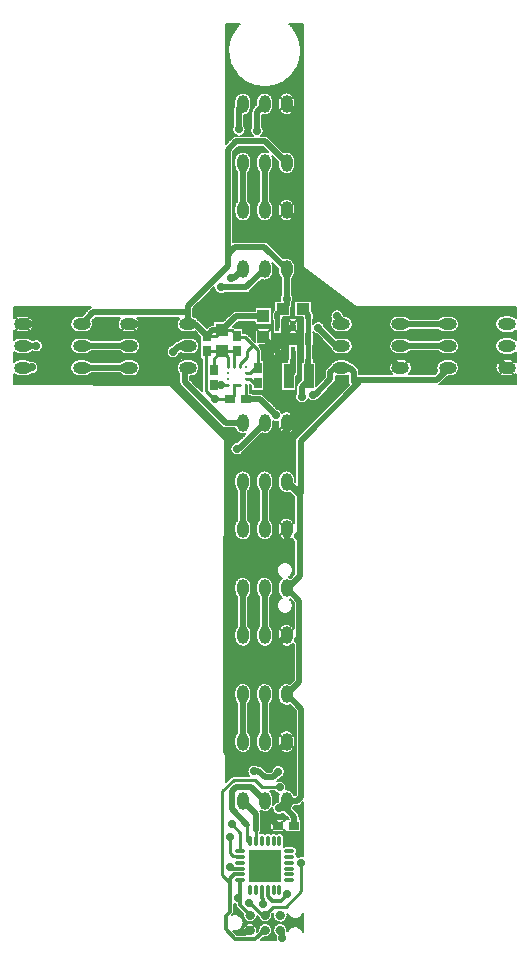
<source format=gtl>
G04 DipTrace 2.4.0.2*
%INcross.gtl*%
%MOMM*%
%ADD10C,0.25*%
%ADD13C,0.4*%
%ADD14C,0.508*%
%ADD15C,0.254*%
%ADD16C,0.305*%
%ADD17C,0.28*%
%ADD18C,0.152*%
%ADD23O,0.28X1.0*%
%ADD24O,1.0X0.28*%
%ADD25C,0.711*%
%ADD26R,2.7X2.7*%
%ADD28R,0.4X0.9*%
%ADD31O,1.0X1.5*%
%ADD32R,1.1X1.0*%
%ADD33R,1.0X1.1*%
%ADD34R,0.85X2.0*%
%ADD36O,1.5X1.0*%
%ADD39R,0.9X0.7*%
%ADD40R,0.7X0.9*%
%ADD41R,0.25X0.275*%
%ADD42R,0.275X0.25*%
%ADD46C,0.711*%
%FSLAX53Y53*%
G04*
G71*
G90*
G75*
G01*
%LNTop*%
%LPD*%
X35682Y62688D2*
D13*
Y61984D1*
D14*
Y61192D1*
D13*
Y60488D1*
Y59784D1*
D14*
Y58485D1*
X35737Y58430D1*
X35682Y62688D2*
D13*
Y63392D1*
D14*
Y63653D1*
X35212Y64123D1*
X35146Y56709D2*
Y57529D1*
X35586Y57969D1*
Y58430D1*
X35737D1*
X29394Y59214D2*
D15*
Y60320D1*
X29645Y60571D1*
X28894Y59214D2*
Y60089D1*
X28371Y60612D1*
X27160D1*
X27106Y60558D1*
X27739Y58969D2*
Y59980D1*
X28371Y60612D1*
X29085Y56475D2*
X27703D1*
X27007Y57172D1*
Y60459D1*
X27106Y60558D1*
X29894Y57714D2*
D10*
X29394D1*
D15*
Y56784D1*
X29085Y56475D1*
X29645Y60571D2*
X28413D1*
X28371Y60612D1*
X27819Y56532D2*
X27703Y56475D1*
X31900Y61798D2*
D14*
Y61670D1*
D13*
X33082Y60488D1*
Y61377D1*
X34268Y62563D1*
Y62688D1*
X34382D1*
X31750Y14950D2*
D16*
Y14276D1*
X31857Y14169D1*
Y13744D1*
X30560Y11426D2*
D14*
X30659D1*
X30770Y11537D1*
X31900Y61798D2*
X33138Y60559D1*
Y57268D1*
X34413Y55993D1*
Y54500D1*
X33850D1*
X11500Y62850D2*
X13478D1*
Y59179D1*
X14628Y58030D1*
X22889D1*
X23923D1*
X28827Y53126D1*
Y51491D1*
X31456D1*
X34465Y54500D1*
X33850D1*
Y45500D2*
Y44275D1*
X32590Y43015D1*
X30550D1*
X28827Y44738D1*
Y51491D1*
Y44738D2*
X28765Y44800D1*
Y35506D1*
X30663Y33607D1*
X30957D1*
X33850Y36500D1*
X28765Y35506D2*
Y26605D1*
X29082Y26288D1*
X32313D1*
Y25963D1*
X33850Y27500D1*
X20500Y62850D2*
X21608D1*
X22889Y61569D1*
Y58030D1*
X38366Y58014D2*
Y57359D1*
X35507Y54500D1*
X33850D1*
X32402Y25433D2*
X32313Y25522D1*
Y25963D1*
X39844Y63226D2*
X39831D1*
X39242Y63816D1*
X38203Y64854D1*
X36407D1*
X34867Y66394D1*
Y71483D1*
X35075Y71276D1*
X33850Y72500D1*
X35075Y71276D2*
X34867D1*
Y80483D1*
X33850Y81500D1*
X39844Y63226D2*
X40363D1*
X41520Y62070D1*
Y61130D1*
X43500Y59150D1*
X39242Y63816D2*
X49281D1*
X49695Y63401D1*
Y61955D1*
X52500Y59150D1*
X32488Y21006D2*
X32528D1*
X33152Y20381D1*
X33113D1*
X32488Y21006D1*
X33082Y62688D2*
D13*
Y63392D1*
D14*
Y63693D1*
X33512Y64123D1*
X32250Y14950D2*
D16*
Y14403D1*
X32632Y14021D1*
X33423D1*
X33925Y14523D1*
Y14580D1*
X33497Y10888D2*
D14*
Y11350D1*
X33310Y11537D1*
X25500Y62850D2*
Y63846D1*
X17496D1*
X16500Y62850D1*
X33850Y40500D2*
X33986D1*
X34970Y41484D1*
Y44877D1*
Y48380D1*
X33850Y49500D1*
Y31500D2*
X33912D1*
X34921Y32509D1*
Y36049D1*
Y39429D1*
X33850Y40500D1*
Y22500D2*
X34751D1*
X35080Y22829D1*
Y30270D1*
X33850Y31500D1*
X32900Y17900D2*
X32000Y17000D1*
X33850Y22500D2*
X33842D1*
X33204Y21863D1*
X25500Y63846D2*
Y64410D1*
X28864Y67773D1*
Y68728D1*
X29501Y69365D1*
X31985D1*
X33850Y67500D1*
X28864Y68728D2*
Y77592D1*
X29591Y78319D1*
X32031D1*
X33850Y76500D1*
X47500Y59150D2*
Y59068D1*
X46590Y58158D1*
X39790D1*
X39540Y57908D1*
X39977D1*
X35048Y52980D1*
Y48530D1*
X33850Y49500D1*
X38500Y59150D2*
X39225D1*
X39540Y58835D1*
Y57908D1*
X34863Y36086D2*
X34921Y36049D1*
X34864Y44877D2*
X34970D1*
X36060Y56869D2*
X36244D1*
X37568Y58193D1*
Y58787D1*
X37931Y59150D1*
X38500D1*
X33850Y67500D2*
Y65005D1*
X33863D1*
X33204Y21863D2*
X33784D1*
X34489Y21159D1*
Y20418D1*
X34452Y20381D1*
X27106Y61858D2*
D15*
X27917D1*
X28371Y62312D1*
X29204D1*
X29645Y61871D1*
X31409Y59137D2*
Y60672D1*
X31017Y61064D1*
X30335Y61746D1*
X29770D1*
X29645Y61871D1*
X30394Y58714D2*
X30794D1*
X31107Y59026D1*
X31299D1*
X31409Y59137D1*
X29894Y59214D2*
Y59455D1*
X30536Y60097D1*
Y60584D1*
X31017Y61064D1*
X33863Y65005D2*
D14*
Y64474D1*
X33512Y64123D1*
X25500Y62850D2*
X26114D1*
X27106Y61858D1*
X31900Y63498D2*
X29557D1*
X28371Y62312D1*
X27560D1*
X27106Y61858D1*
X34382Y60488D2*
D13*
Y59784D1*
D14*
Y58775D1*
X34037Y58430D1*
X29950Y15750D2*
D16*
Y14218D1*
Y13627D1*
X30770Y12807D1*
X33160Y24957D2*
D14*
Y24893D1*
X32730Y24464D1*
X32004D1*
X31474Y24993D1*
X31102D1*
X29738Y14218D2*
D16*
X29950D1*
Y16750D2*
X29176D1*
X29082Y16844D1*
X30686Y13839D2*
X30756D1*
X32040Y12555D1*
Y12807D1*
X35096Y17243D2*
D15*
Y14813D1*
X33793Y13511D1*
X32744D1*
X32040Y12807D1*
X29950Y16250D2*
D16*
X29377D1*
X29035Y15908D1*
Y15561D1*
Y13115D1*
X28686Y12766D1*
Y11595D1*
X29516Y10765D1*
X31218D1*
X32040Y11587D1*
Y11537D1*
X33266Y23625D2*
D15*
X31803D1*
X31180Y24248D1*
X29375D1*
X28425Y23298D1*
Y16171D1*
X29035Y15561D1*
X30750Y19050D2*
D17*
X30547D1*
Y20408D1*
D14*
X29197Y21758D1*
Y23280D1*
X29573Y23657D1*
X30843D1*
X32000Y22500D1*
X31250Y19050D2*
D17*
Y20009D1*
D14*
Y21400D1*
X30150Y22500D1*
Y27500D2*
Y31500D1*
X32000Y27500D2*
Y31500D1*
X30150Y36500D2*
Y40500D1*
X32000Y36500D2*
Y40500D1*
X30150Y45500D2*
Y49500D1*
X32000Y45500D2*
Y49500D1*
Y54500D2*
X29790Y52290D1*
X29659D1*
X25500Y61000D2*
X24743D1*
X24261Y60518D1*
X30150Y54500D2*
X28700D1*
X25223Y57977D1*
Y59260D1*
X25390D1*
X25500Y59150D1*
X20500D2*
X16500D1*
X20500Y61000D2*
X16500D1*
X12655Y61017D2*
X11500Y61000D1*
X28291Y65957D2*
X30457D1*
X32000Y67500D1*
X11500Y59150D2*
X12250D1*
X12284Y59184D1*
X29137Y66726D2*
X29376D1*
X30150Y67500D1*
Y72500D2*
Y76500D1*
X32000Y72500D2*
Y76500D1*
X43500Y62850D2*
X47500D1*
X43500Y61000D2*
X47500D1*
X30394Y57714D2*
D15*
X30385Y56475D1*
D14*
X31601D1*
X32925Y55152D1*
X29950Y17750D2*
D15*
Y17779D1*
X29343D1*
X29088Y18034D1*
Y19458D1*
X30394Y58214D2*
X30735D1*
X31112Y57837D1*
X31409D1*
X28894Y57714D2*
X28515D1*
X27784D1*
X27739Y57669D1*
X28288Y57727D2*
X28515Y57714D1*
X29950Y18250D2*
Y19798D1*
X29214Y20534D1*
X29822Y79339D2*
D14*
Y81172D1*
X30150Y81500D1*
X38500Y62850D2*
Y63157D1*
X38127Y63529D1*
X31348Y79230D2*
Y80848D1*
X32000Y81500D1*
X38500Y61000D2*
X38057D1*
X36527Y62530D1*
D46*
X34863Y36086D3*
X34864Y44877D3*
X29137Y66726D3*
X28291Y65957D3*
X29082Y16844D3*
X30686Y13839D3*
X33925Y14580D3*
X31857Y13744D3*
X30560Y11426D3*
X33497Y10888D3*
X12284Y59184D3*
X12655Y61017D3*
X31348Y79230D3*
X29822Y79339D3*
X36527Y62530D3*
X38127Y63529D3*
X38366Y58014D3*
X39844Y63226D3*
X35146Y56709D3*
X24261Y60518D3*
X33204Y21863D3*
X32402Y25433D3*
X29659Y52290D3*
X27819Y56532D3*
X36060Y56869D3*
X33863Y65005D3*
X32488Y21006D3*
X28288Y57727D3*
X32925Y55152D3*
X29214Y20534D3*
X29088Y19458D3*
X35096Y17243D3*
X33266Y23625D3*
X33160Y24957D3*
X31102Y24993D3*
X29738Y14218D3*
X28750Y88115D2*
D18*
X29746D1*
X34253D2*
X35249D1*
X28750Y87966D2*
X29615D1*
X34387D2*
X35249D1*
X28750Y87817D2*
X29498D1*
X34501D2*
X35249D1*
X28750Y87668D2*
X29396D1*
X34603D2*
X35249D1*
X28750Y87518D2*
X29305D1*
X34694D2*
X35249D1*
X28750Y87369D2*
X29227D1*
X34772D2*
X35249D1*
X28750Y87220D2*
X29158D1*
X34841D2*
X35249D1*
X28750Y87071D2*
X29098D1*
X34903D2*
X35249D1*
X28750Y86922D2*
X29046D1*
X34953D2*
X35249D1*
X28750Y86773D2*
X29005D1*
X34996D2*
X35249D1*
X28750Y86624D2*
X28970D1*
X35029D2*
X35249D1*
X28750Y86475D2*
X28943D1*
X35058D2*
X35249D1*
X28750Y86326D2*
X28922D1*
X35077D2*
X35249D1*
X28750Y86177D2*
X28910D1*
X35089D2*
X35249D1*
X28750Y86028D2*
X28905D1*
X35094D2*
X35249D1*
X28750Y85879D2*
X28908D1*
X35091D2*
X35249D1*
X28750Y85730D2*
X28917D1*
X35082D2*
X35249D1*
X28750Y85581D2*
X28934D1*
X35065D2*
X35249D1*
X28750Y85432D2*
X28958D1*
X35041D2*
X35249D1*
X28750Y85282D2*
X28991D1*
X35010D2*
X35249D1*
X28750Y85133D2*
X29029D1*
X34970D2*
X35249D1*
X28750Y84984D2*
X29077D1*
X34922D2*
X35249D1*
X28750Y84835D2*
X29134D1*
X34865D2*
X35249D1*
X28750Y84686D2*
X29201D1*
X34801D2*
X35249D1*
X28750Y84537D2*
X29274D1*
X34725D2*
X35249D1*
X28750Y84388D2*
X29360D1*
X34639D2*
X35249D1*
X28750Y84239D2*
X29458D1*
X34541D2*
X35249D1*
X28750Y84090D2*
X29570D1*
X34429D2*
X35249D1*
X28750Y83941D2*
X29696D1*
X34306D2*
X35249D1*
X28750Y83792D2*
X29839D1*
X34160D2*
X35249D1*
X28750Y83643D2*
X30003D1*
X33996D2*
X35249D1*
X28750Y83494D2*
X30196D1*
X33803D2*
X35249D1*
X28750Y83345D2*
X30427D1*
X33575D2*
X35249D1*
X28750Y83196D2*
X30713D1*
X33286D2*
X35249D1*
X28750Y83046D2*
X31115D1*
X32886D2*
X35249D1*
X28750Y82897D2*
X35249D1*
X28750Y82748D2*
X35249D1*
X28750Y82599D2*
X35249D1*
X28750Y82450D2*
X30025D1*
X30277D2*
X31875D1*
X32127D2*
X33723D1*
X33977D2*
X35249D1*
X28750Y82301D2*
X29689D1*
X30612D2*
X31539D1*
X32460D2*
X33389D1*
X34310D2*
X35249D1*
X28750Y82152D2*
X29551D1*
X30748D2*
X31401D1*
X32598D2*
X33251D1*
X34448D2*
X35249D1*
X28750Y82003D2*
X29472D1*
X30827D2*
X31322D1*
X32677D2*
X33173D1*
X34527D2*
X35249D1*
X28750Y81854D2*
X29434D1*
X30867D2*
X31284D1*
X32717D2*
X33134D1*
X34568D2*
X35249D1*
X28750Y81705D2*
X29427D1*
X30874D2*
X31275D1*
X32724D2*
X33125D1*
X34575D2*
X35249D1*
X28750Y81556D2*
X29427D1*
X30874D2*
X31275D1*
X32724D2*
X33125D1*
X34575D2*
X35249D1*
X28750Y81407D2*
X29408D1*
X30874D2*
X31237D1*
X32724D2*
X33125D1*
X34575D2*
X35249D1*
X28750Y81258D2*
X29353D1*
X30874D2*
X31087D1*
X32724D2*
X33125D1*
X34575D2*
X35249D1*
X28750Y81109D2*
X29344D1*
X30860D2*
X30951D1*
X32710D2*
X33139D1*
X34560D2*
X35249D1*
X28750Y80960D2*
X29344D1*
X32663D2*
X33187D1*
X34513D2*
X35249D1*
X28750Y80810D2*
X29344D1*
X30722D2*
X30870D1*
X32572D2*
X33277D1*
X34422D2*
X35249D1*
X28750Y80661D2*
X29344D1*
X30560D2*
X30870D1*
X32410D2*
X33439D1*
X34260D2*
X35249D1*
X28750Y80512D2*
X29344D1*
X30300D2*
X30870D1*
X31827D2*
X35249D1*
X28750Y80363D2*
X29344D1*
X30300D2*
X30870D1*
X31827D2*
X35249D1*
X28750Y80214D2*
X29344D1*
X30300D2*
X30870D1*
X31827D2*
X35249D1*
X28750Y80065D2*
X29344D1*
X30300D2*
X30870D1*
X31827D2*
X35249D1*
X28750Y79916D2*
X29344D1*
X30300D2*
X30870D1*
X31827D2*
X35249D1*
X28750Y79767D2*
X29344D1*
X30300D2*
X30870D1*
X31827D2*
X35249D1*
X28750Y79618D2*
X29317D1*
X30329D2*
X30870D1*
X31827D2*
X35249D1*
X28750Y79469D2*
X29258D1*
X30386D2*
X30822D1*
X31874D2*
X35249D1*
X28750Y79320D2*
X29244D1*
X30403D2*
X30775D1*
X31922D2*
X35249D1*
X28750Y79171D2*
X29267D1*
X30377D2*
X30772D1*
X31924D2*
X35249D1*
X28750Y79022D2*
X29341D1*
X30305D2*
X30808D1*
X31889D2*
X35249D1*
X28750Y78873D2*
X29489D1*
X30155D2*
X30896D1*
X31801D2*
X35249D1*
X28750Y78724D2*
X29351D1*
X32272D2*
X35249D1*
X28750Y78574D2*
X29177D1*
X32446D2*
X35249D1*
X28750Y78425D2*
X29027D1*
X32593D2*
X35249D1*
X28750Y78276D2*
X28877D1*
X32743D2*
X35249D1*
X32894Y78127D2*
X35249D1*
X33041Y77978D2*
X35249D1*
X29772Y77829D2*
X31851D1*
X33191D2*
X35249D1*
X29622Y77680D2*
X32001D1*
X33339D2*
X35249D1*
X29472Y77531D2*
X32149D1*
X33489D2*
X35249D1*
X29343Y77382D2*
X29813D1*
X30486D2*
X31663D1*
X34187D2*
X35249D1*
X29343Y77233D2*
X29615D1*
X30684D2*
X31465D1*
X34384D2*
X35249D1*
X29343Y77084D2*
X29510D1*
X30791D2*
X31360D1*
X34491D2*
X35249D1*
X29343Y76935D2*
X29451D1*
X30850D2*
X31301D1*
X34551D2*
X35249D1*
X29343Y76786D2*
X29427D1*
X30874D2*
X31277D1*
X32724D2*
X32894D1*
X34572D2*
X35249D1*
X29343Y76637D2*
X29427D1*
X30874D2*
X31275D1*
X32724D2*
X33044D1*
X34575D2*
X35249D1*
X29343Y76488D2*
X29427D1*
X30874D2*
X31275D1*
X32724D2*
X33125D1*
X34575D2*
X35249D1*
X29343Y76338D2*
X29427D1*
X30874D2*
X31275D1*
X32724D2*
X33125D1*
X34575D2*
X35249D1*
X29343Y76189D2*
X29429D1*
X30872D2*
X31279D1*
X32722D2*
X33127D1*
X34572D2*
X35249D1*
X29343Y76040D2*
X29458D1*
X30843D2*
X31308D1*
X32693D2*
X33158D1*
X34541D2*
X35249D1*
X29343Y75891D2*
X29522D1*
X30777D2*
X31372D1*
X32627D2*
X33223D1*
X34477D2*
X35249D1*
X29343Y75742D2*
X29641D1*
X30660D2*
X31489D1*
X32510D2*
X33339D1*
X34360D2*
X35249D1*
X29343Y75593D2*
X29672D1*
X30629D2*
X31522D1*
X32479D2*
X33568D1*
X34132D2*
X35249D1*
X29343Y75444D2*
X29672D1*
X30629D2*
X31522D1*
X32479D2*
X35249D1*
X29343Y75295D2*
X29672D1*
X30629D2*
X31522D1*
X32479D2*
X35249D1*
X29343Y75146D2*
X29672D1*
X30629D2*
X31522D1*
X32479D2*
X35249D1*
X29343Y74997D2*
X29672D1*
X30629D2*
X31522D1*
X32479D2*
X35249D1*
X29343Y74848D2*
X29672D1*
X30629D2*
X31522D1*
X32479D2*
X35249D1*
X29343Y74699D2*
X29672D1*
X30629D2*
X31522D1*
X32479D2*
X35249D1*
X29343Y74550D2*
X29672D1*
X30629D2*
X31522D1*
X32479D2*
X35249D1*
X29343Y74401D2*
X29672D1*
X30629D2*
X31522D1*
X32479D2*
X35249D1*
X29343Y74252D2*
X29672D1*
X30629D2*
X31522D1*
X32479D2*
X35249D1*
X29343Y74102D2*
X29672D1*
X30629D2*
X31522D1*
X32479D2*
X35249D1*
X29343Y73953D2*
X29672D1*
X30629D2*
X31522D1*
X32479D2*
X35249D1*
X29343Y73804D2*
X29672D1*
X30629D2*
X31522D1*
X32479D2*
X35249D1*
X29343Y73655D2*
X29672D1*
X30629D2*
X31522D1*
X32479D2*
X35249D1*
X29343Y73506D2*
X29672D1*
X30629D2*
X31522D1*
X32479D2*
X35249D1*
X29343Y73357D2*
X29672D1*
X30629D2*
X31522D1*
X32479D2*
X33468D1*
X34232D2*
X35249D1*
X29343Y73208D2*
X29594D1*
X30708D2*
X31444D1*
X32555D2*
X33294D1*
X34406D2*
X35249D1*
X29343Y73059D2*
X29496D1*
X30803D2*
X31346D1*
X32653D2*
X33196D1*
X34503D2*
X35249D1*
X29343Y72910D2*
X29444D1*
X30855D2*
X31294D1*
X32705D2*
X33144D1*
X34556D2*
X35249D1*
X29343Y72761D2*
X29427D1*
X30874D2*
X31275D1*
X32724D2*
X33125D1*
X34575D2*
X35249D1*
X29343Y72612D2*
X29427D1*
X30874D2*
X31275D1*
X32724D2*
X33125D1*
X34575D2*
X35249D1*
X29343Y72463D2*
X29427D1*
X30874D2*
X31275D1*
X32724D2*
X33125D1*
X34575D2*
X35249D1*
X29343Y72314D2*
X29427D1*
X30874D2*
X31275D1*
X32724D2*
X33125D1*
X34575D2*
X35249D1*
X29343Y72165D2*
X29432D1*
X30869D2*
X31282D1*
X32720D2*
X33132D1*
X34570D2*
X35249D1*
X29343Y72016D2*
X29465D1*
X30834D2*
X31315D1*
X32684D2*
X33165D1*
X34534D2*
X35249D1*
X29343Y71866D2*
X29539D1*
X30762D2*
X31389D1*
X32613D2*
X33239D1*
X34460D2*
X35249D1*
X29343Y71717D2*
X29667D1*
X30634D2*
X31518D1*
X32484D2*
X33368D1*
X34334D2*
X35249D1*
X29343Y71568D2*
X29939D1*
X30360D2*
X31789D1*
X32210D2*
X33639D1*
X34060D2*
X35249D1*
X29343Y71419D2*
X35249D1*
X29343Y71270D2*
X35249D1*
X29343Y71121D2*
X35249D1*
X29343Y70972D2*
X35249D1*
X29343Y70823D2*
X35249D1*
X29343Y70674D2*
X35249D1*
X29343Y70525D2*
X35249D1*
X29343Y70376D2*
X35249D1*
X29343Y70227D2*
X35249D1*
X29343Y70078D2*
X35249D1*
X29343Y69929D2*
X35249D1*
X32208Y69780D2*
X35249D1*
X32389Y69630D2*
X35249D1*
X32539Y69481D2*
X35249D1*
X32689Y69332D2*
X35249D1*
X32836Y69183D2*
X35249D1*
X32986Y69034D2*
X35249D1*
X33134Y68885D2*
X35249D1*
X33284Y68736D2*
X35249D1*
X33434Y68587D2*
X35249D1*
X33582Y68438D2*
X33663D1*
X34037D2*
X35249D1*
X34327Y68289D2*
X35249D1*
X34458Y68140D2*
X35249D1*
X34532Y67991D2*
X35249D1*
X32717Y67842D2*
X32839D1*
X34568D2*
X35249D1*
X32724Y67693D2*
X32987D1*
X34575D2*
X35249D1*
X32724Y67544D2*
X33125D1*
X34575D2*
X35366D1*
X32724Y67394D2*
X33125D1*
X34575D2*
X35566D1*
X32724Y67245D2*
X33125D1*
X34575D2*
X35763D1*
X32708Y67096D2*
X33142D1*
X34558D2*
X35963D1*
X32655Y66947D2*
X33194D1*
X34506D2*
X36161D1*
X32563Y66798D2*
X33289D1*
X34413D2*
X36361D1*
X32391Y66649D2*
X33373D1*
X34329D2*
X36559D1*
X31670Y66500D2*
X33373D1*
X34329D2*
X36759D1*
X31522Y66351D2*
X33373D1*
X34329D2*
X36956D1*
X31372Y66202D2*
X33373D1*
X34329D2*
X37154D1*
X31222Y66053D2*
X33373D1*
X34329D2*
X37354D1*
X31074Y65904D2*
X33373D1*
X34329D2*
X37552D1*
X27514Y65755D2*
X27748D1*
X30924D2*
X33373D1*
X34329D2*
X37752D1*
X27367Y65606D2*
X27834D1*
X30774D2*
X33373D1*
X34329D2*
X37949D1*
X27217Y65457D2*
X28015D1*
X28567D2*
X33373D1*
X34329D2*
X38149D1*
X27069Y65308D2*
X33370D1*
X34356D2*
X38347D1*
X26919Y65158D2*
X33304D1*
X34422D2*
X38547D1*
X26769Y65009D2*
X33282D1*
X34444D2*
X38745D1*
X26621Y64860D2*
X33301D1*
X34425D2*
X38945D1*
X26471Y64711D2*
X32737D1*
X34360D2*
X34437D1*
X35987D2*
X39142D1*
X26324Y64562D2*
X32737D1*
X34341D2*
X34437D1*
X35987D2*
X39342D1*
X26174Y64413D2*
X32737D1*
X34337D2*
X34437D1*
X35987D2*
X39540D1*
X26024Y64264D2*
X32737D1*
X34291D2*
X34437D1*
X35987D2*
X39740D1*
X10751Y64115D2*
X17094D1*
X25978D2*
X31175D1*
X32624D2*
X32736D1*
X34287D2*
X34437D1*
X35987D2*
X53249D1*
X10751Y63966D2*
X16947D1*
X25978D2*
X31175D1*
X34287D2*
X34437D1*
X36039D2*
X37754D1*
X38501D2*
X53249D1*
X10751Y63817D2*
X16797D1*
X25978D2*
X29205D1*
X34287D2*
X34437D1*
X36130D2*
X37626D1*
X38628D2*
X53249D1*
X10751Y63668D2*
X16647D1*
X25978D2*
X29058D1*
X34287D2*
X34437D1*
X36161D2*
X37564D1*
X38689D2*
X53249D1*
X10751Y63519D2*
X10998D1*
X12000D2*
X15999D1*
X26000D2*
X28908D1*
X34287D2*
X34437D1*
X36161D2*
X37547D1*
X39001D2*
X43000D1*
X44000D2*
X47001D1*
X48000D2*
X51932D1*
X53070D2*
X53249D1*
X12248Y63370D2*
X15751D1*
X17689D2*
X19752D1*
X21247D2*
X24752D1*
X26247D2*
X28758D1*
X33560D2*
X35204D1*
X36161D2*
X37571D1*
X39247D2*
X42752D1*
X44247D2*
X46753D1*
X48248D2*
X51715D1*
X12370Y63221D2*
X15630D1*
X17542D2*
X19630D1*
X21371D2*
X24631D1*
X26407D2*
X28610D1*
X33527D2*
X33958D1*
X34806D2*
X35237D1*
X36127D2*
X37630D1*
X39371D2*
X42631D1*
X48369D2*
X51601D1*
X12439Y63072D2*
X15561D1*
X17439D2*
X19561D1*
X21440D2*
X24562D1*
X26562D2*
X28460D1*
X33505D2*
X33958D1*
X34806D2*
X35259D1*
X36106D2*
X36352D1*
X36701D2*
X37561D1*
X39440D2*
X42562D1*
X48438D2*
X51534D1*
X12470Y62922D2*
X15530D1*
X17470D2*
X19530D1*
X21471D2*
X24529D1*
X26712D2*
X27648D1*
X29653D2*
X31175D1*
X33505D2*
X33958D1*
X34806D2*
X35259D1*
X36949D2*
X37530D1*
X39471D2*
X42529D1*
X48472D2*
X51503D1*
X12470Y62773D2*
X15530D1*
X17470D2*
X19530D1*
X21471D2*
X24531D1*
X26859D2*
X27505D1*
X29503D2*
X31175D1*
X33505D2*
X33958D1*
X34806D2*
X35259D1*
X37051D2*
X37530D1*
X39471D2*
X42531D1*
X48469D2*
X51503D1*
X12436Y62624D2*
X15563D1*
X17437D2*
X19564D1*
X21437D2*
X24562D1*
X27009D2*
X27203D1*
X29353D2*
X32658D1*
X33505D2*
X33958D1*
X34806D2*
X35259D1*
X37104D2*
X37564D1*
X39437D2*
X42562D1*
X48438D2*
X51537D1*
X12367Y62475D2*
X15632D1*
X17368D2*
X19633D1*
X21368D2*
X24633D1*
X30219D2*
X31175D1*
X33505D2*
X33958D1*
X34806D2*
X35259D1*
X37251D2*
X37633D1*
X39368D2*
X42633D1*
X48367D2*
X51603D1*
X12243Y62326D2*
X15756D1*
X17244D2*
X19757D1*
X21242D2*
X24757D1*
X30219D2*
X31175D1*
X33505D2*
X33958D1*
X34806D2*
X35259D1*
X37401D2*
X37756D1*
X39242D2*
X42757D1*
X44243D2*
X46758D1*
X48243D2*
X51720D1*
X10751Y62177D2*
X11010D1*
X11989D2*
X16011D1*
X16989D2*
X20011D1*
X20990D2*
X25012D1*
X25988D2*
X26117D1*
X30219D2*
X31175D1*
X33505D2*
X33958D1*
X34806D2*
X35247D1*
X37549D2*
X38011D1*
X38990D2*
X43012D1*
X43988D2*
X47012D1*
X47988D2*
X51942D1*
X53060D2*
X53249D1*
X10751Y62028D2*
X26265D1*
X30534D2*
X31175D1*
X32624D2*
X35206D1*
X36158D2*
X36254D1*
X37699D2*
X53249D1*
X10751Y61879D2*
X26415D1*
X30693D2*
X31175D1*
X32624D2*
X35204D1*
X36161D2*
X36509D1*
X37849D2*
X53249D1*
X10751Y61730D2*
X26531D1*
X30841D2*
X31175D1*
X32624D2*
X35204D1*
X36161D2*
X36656D1*
X37997D2*
X52154D1*
X52846D2*
X53249D1*
X10751Y61581D2*
X10829D1*
X12172D2*
X12625D1*
X12685D2*
X15828D1*
X17172D2*
X19828D1*
X21171D2*
X24829D1*
X26171D2*
X26531D1*
X30991D2*
X31175D1*
X32624D2*
X35204D1*
X36161D2*
X36806D1*
X39173D2*
X42829D1*
X44171D2*
X46829D1*
X48172D2*
X51784D1*
X13053Y61432D2*
X15673D1*
X21328D2*
X24562D1*
X26328D2*
X26531D1*
X32624D2*
X35204D1*
X36161D2*
X36956D1*
X39328D2*
X42671D1*
X48326D2*
X51642D1*
X13167Y61283D2*
X15585D1*
X21416D2*
X24357D1*
X26417D2*
X26531D1*
X32624D2*
X35204D1*
X36161D2*
X37104D1*
X39416D2*
X42586D1*
X48414D2*
X51556D1*
X13222Y61134D2*
X15539D1*
X21461D2*
X24207D1*
X33505D2*
X33958D1*
X34806D2*
X35206D1*
X36156D2*
X37254D1*
X39461D2*
X42538D1*
X48462D2*
X51513D1*
X13234Y60985D2*
X15525D1*
X21473D2*
X23929D1*
X31586D2*
X32658D1*
X33505D2*
X33958D1*
X34806D2*
X35254D1*
X36111D2*
X37402D1*
X39473D2*
X42526D1*
X48474D2*
X51501D1*
X13205Y60836D2*
X15544D1*
X21454D2*
X23779D1*
X26455D2*
X26532D1*
X31717D2*
X32658D1*
X33505D2*
X33958D1*
X34806D2*
X35259D1*
X36106D2*
X37545D1*
X39454D2*
X42545D1*
X48455D2*
X51520D1*
X13129Y60686D2*
X15599D1*
X21402D2*
X23707D1*
X26402D2*
X26531D1*
X31760D2*
X32658D1*
X33505D2*
X33958D1*
X34806D2*
X35259D1*
X36106D2*
X37599D1*
X39401D2*
X42600D1*
X48400D2*
X51570D1*
X12970Y60537D2*
X15697D1*
X21302D2*
X23681D1*
X26302D2*
X26531D1*
X31760D2*
X32658D1*
X33505D2*
X33958D1*
X34806D2*
X35259D1*
X36106D2*
X37697D1*
X39301D2*
X42698D1*
X48303D2*
X51665D1*
X10751Y60388D2*
X10877D1*
X12124D2*
X15875D1*
X17125D2*
X19876D1*
X21123D2*
X23698D1*
X26124D2*
X26531D1*
X31760D2*
X32658D1*
X33505D2*
X33958D1*
X34806D2*
X35259D1*
X36106D2*
X37876D1*
X39123D2*
X42876D1*
X44123D2*
X46877D1*
X48124D2*
X51827D1*
X53172D2*
X53249D1*
X10751Y60239D2*
X23755D1*
X24769D2*
X26531D1*
X31760D2*
X32658D1*
X33505D2*
X33958D1*
X34806D2*
X35259D1*
X36106D2*
X53249D1*
X10751Y60090D2*
X23879D1*
X24645D2*
X26531D1*
X31760D2*
X32658D1*
X33505D2*
X33958D1*
X34806D2*
X35259D1*
X36106D2*
X53249D1*
X10751Y59941D2*
X26531D1*
X31760D2*
X32658D1*
X33505D2*
X33932D1*
X34832D2*
X35230D1*
X36132D2*
X53249D1*
X10751Y59792D2*
X10934D1*
X12065D2*
X15935D1*
X17065D2*
X19935D1*
X21066D2*
X24933D1*
X26066D2*
X26655D1*
X31984D2*
X33904D1*
X34860D2*
X35204D1*
X36161D2*
X37935D1*
X39066D2*
X42933D1*
X44066D2*
X46934D1*
X48067D2*
X51934D1*
X53065D2*
X53249D1*
X12629Y59643D2*
X15725D1*
X17275D2*
X19726D1*
X21275D2*
X24726D1*
X26274D2*
X26655D1*
X31984D2*
X33904D1*
X34860D2*
X35204D1*
X36161D2*
X37726D1*
X39275D2*
X42726D1*
X44276D2*
X46724D1*
X48274D2*
X51725D1*
X12772Y59494D2*
X15616D1*
X21385D2*
X24614D1*
X26386D2*
X26655D1*
X31984D2*
X33387D1*
X34860D2*
X35087D1*
X36387D2*
X37606D1*
X39549D2*
X42614D1*
X44385D2*
X46615D1*
X48386D2*
X51615D1*
X12841Y59345D2*
X15554D1*
X21447D2*
X24552D1*
X26447D2*
X26655D1*
X31984D2*
X33387D1*
X34860D2*
X35087D1*
X36387D2*
X37456D1*
X39699D2*
X42552D1*
X44447D2*
X46553D1*
X48448D2*
X51553D1*
X12865Y59196D2*
X15528D1*
X21473D2*
X24526D1*
X26474D2*
X26655D1*
X31984D2*
X33387D1*
X34860D2*
X35087D1*
X36387D2*
X37306D1*
X39849D2*
X42526D1*
X44474D2*
X46527D1*
X48472D2*
X51527D1*
X12848Y59047D2*
X15532D1*
X21466D2*
X24533D1*
X26467D2*
X26655D1*
X31984D2*
X33387D1*
X34860D2*
X35087D1*
X36387D2*
X37168D1*
X39966D2*
X42533D1*
X44466D2*
X46534D1*
X48467D2*
X51534D1*
X12786Y58898D2*
X15573D1*
X21428D2*
X24572D1*
X26428D2*
X26655D1*
X31984D2*
X33387D1*
X34860D2*
X35087D1*
X36387D2*
X37104D1*
X40013D2*
X42571D1*
X44428D2*
X46572D1*
X48429D2*
X51573D1*
X12658Y58749D2*
X15651D1*
X21349D2*
X24650D1*
X26350D2*
X26655D1*
X31984D2*
X33387D1*
X34860D2*
X35087D1*
X36387D2*
X37090D1*
X40018D2*
X42650D1*
X44350D2*
X46510D1*
X48350D2*
X51651D1*
X12212Y58600D2*
X15787D1*
X17213D2*
X19788D1*
X21211D2*
X24745D1*
X26212D2*
X26655D1*
X31984D2*
X33387D1*
X34825D2*
X35087D1*
X36387D2*
X37090D1*
X48212D2*
X51787D1*
X10751Y58450D2*
X11120D1*
X11881D2*
X16120D1*
X16880D2*
X20119D1*
X20880D2*
X24745D1*
X25881D2*
X26655D1*
X31984D2*
X33387D1*
X34727D2*
X35087D1*
X36387D2*
X37090D1*
X38880D2*
X39061D1*
X47881D2*
X52120D1*
X52882D2*
X53249D1*
X10751Y58301D2*
X24745D1*
X25702D2*
X26655D1*
X31984D2*
X33387D1*
X34687D2*
X35087D1*
X36387D2*
X37006D1*
X38047D2*
X39061D1*
X47402D2*
X53249D1*
X10751Y58152D2*
X24745D1*
X25719D2*
X26655D1*
X31984D2*
X33387D1*
X34687D2*
X35087D1*
X36387D2*
X36856D1*
X38044D2*
X39061D1*
X47255D2*
X53249D1*
X10751Y58003D2*
X24745D1*
X25866D2*
X26655D1*
X31984D2*
X33387D1*
X34687D2*
X34949D1*
X36387D2*
X36709D1*
X38006D2*
X39061D1*
X47105D2*
X53249D1*
X10751Y57854D2*
X24762D1*
X26016D2*
X26655D1*
X31984D2*
X33387D1*
X34687D2*
X34801D1*
X36387D2*
X36559D1*
X37899D2*
X39064D1*
X46957D2*
X53249D1*
X24352Y57705D2*
X24833D1*
X26164D2*
X26655D1*
X31984D2*
X33387D1*
X37749D2*
X39104D1*
X24500Y57556D2*
X24974D1*
X26314D2*
X26655D1*
X30743D2*
X30836D1*
X31984D2*
X33387D1*
X37601D2*
X38954D1*
X24650Y57407D2*
X25124D1*
X26464D2*
X26655D1*
X30743D2*
X30836D1*
X31984D2*
X33387D1*
X37451D2*
X38807D1*
X24797Y57258D2*
X25272D1*
X30741D2*
X30836D1*
X31984D2*
X33387D1*
X37304D2*
X38657D1*
X24947Y57109D2*
X25422D1*
X30741D2*
X34668D1*
X37154D2*
X38507D1*
X25097Y56960D2*
X25572D1*
X31060D2*
X34625D1*
X37004D2*
X38359D1*
X25245Y56811D2*
X25719D1*
X31936D2*
X34575D1*
X36856D2*
X38209D1*
X25395Y56662D2*
X25869D1*
X32084D2*
X34568D1*
X36706D2*
X38061D1*
X25543Y56513D2*
X26017D1*
X32234D2*
X34601D1*
X36553D2*
X37911D1*
X25693Y56364D2*
X26167D1*
X32382D2*
X34685D1*
X35608D2*
X35794D1*
X36325D2*
X37761D1*
X25843Y56214D2*
X26317D1*
X32532D2*
X34859D1*
X35432D2*
X37614D1*
X25990Y56065D2*
X26465D1*
X32682D2*
X37464D1*
X26140Y55916D2*
X26615D1*
X32829D2*
X37316D1*
X26288Y55767D2*
X26762D1*
X32979D2*
X37166D1*
X26438Y55618D2*
X26912D1*
X33258D2*
X37016D1*
X26588Y55469D2*
X27062D1*
X33408D2*
X36868D1*
X26736Y55320D2*
X27210D1*
X34287D2*
X36718D1*
X26886Y55171D2*
X27360D1*
X34437D2*
X36571D1*
X27033Y55022D2*
X27508D1*
X34520D2*
X36421D1*
X27183Y54873D2*
X27658D1*
X34563D2*
X36271D1*
X27333Y54724D2*
X27808D1*
X34575D2*
X36123D1*
X27481Y54575D2*
X27955D1*
X32724D2*
X33125D1*
X34575D2*
X35973D1*
X27631Y54426D2*
X28105D1*
X32724D2*
X33125D1*
X34575D2*
X35825D1*
X27779Y54277D2*
X28253D1*
X32724D2*
X33125D1*
X34575D2*
X35675D1*
X27929Y54128D2*
X28410D1*
X32713D2*
X33137D1*
X34563D2*
X35525D1*
X28079Y53978D2*
X29479D1*
X32670D2*
X33180D1*
X34520D2*
X35378D1*
X28226Y53829D2*
X29565D1*
X32586D2*
X33263D1*
X34437D2*
X35228D1*
X28376Y53680D2*
X29713D1*
X32436D2*
X33413D1*
X34287D2*
X35080D1*
X28524Y53531D2*
X30360D1*
X31700D2*
X34930D1*
X28674Y53382D2*
X30213D1*
X31553D2*
X34780D1*
X28750Y53233D2*
X30063D1*
X31403D2*
X34647D1*
X28750Y53084D2*
X29915D1*
X31255D2*
X34582D1*
X28750Y52935D2*
X29765D1*
X31105D2*
X34570D1*
X28750Y52786D2*
X29374D1*
X30955D2*
X34570D1*
X28750Y52637D2*
X29198D1*
X30808D2*
X34570D1*
X28750Y52488D2*
X29115D1*
X30658D2*
X34570D1*
X28750Y52339D2*
X29082D1*
X30510D2*
X34570D1*
X28750Y52190D2*
X29089D1*
X30360D2*
X34570D1*
X28750Y52041D2*
X29136D1*
X30210D2*
X34570D1*
X28750Y51892D2*
X29244D1*
X30074D2*
X34570D1*
X28750Y51742D2*
X29503D1*
X29812D2*
X34570D1*
X28750Y51593D2*
X34570D1*
X28750Y51444D2*
X34570D1*
X28750Y51295D2*
X34570D1*
X28750Y51146D2*
X34570D1*
X28750Y50997D2*
X34570D1*
X28750Y50848D2*
X34570D1*
X28750Y50699D2*
X34570D1*
X28750Y50550D2*
X34570D1*
X28750Y50401D2*
X29853D1*
X30446D2*
X31703D1*
X32296D2*
X33554D1*
X34146D2*
X34570D1*
X28750Y50252D2*
X29634D1*
X30667D2*
X31484D1*
X32515D2*
X33335D1*
X34365D2*
X34570D1*
X28750Y50103D2*
X29520D1*
X30781D2*
X31370D1*
X32629D2*
X33220D1*
X34479D2*
X34570D1*
X28750Y49954D2*
X29455D1*
X30843D2*
X31306D1*
X32693D2*
X33156D1*
X28750Y49805D2*
X29427D1*
X30872D2*
X31277D1*
X32722D2*
X33127D1*
X28750Y49656D2*
X29427D1*
X30874D2*
X31275D1*
X32724D2*
X33125D1*
X28750Y49506D2*
X29427D1*
X30874D2*
X31275D1*
X32724D2*
X33125D1*
X28750Y49357D2*
X29427D1*
X30874D2*
X31275D1*
X32724D2*
X33125D1*
X28750Y49208D2*
X29427D1*
X30872D2*
X31277D1*
X32722D2*
X33127D1*
X28750Y49059D2*
X29453D1*
X30848D2*
X31301D1*
X32698D2*
X33151D1*
X28750Y48910D2*
X29513D1*
X30788D2*
X31363D1*
X32636D2*
X33213D1*
X28750Y48761D2*
X29622D1*
X30679D2*
X31472D1*
X32529D2*
X33320D1*
X28750Y48612D2*
X29672D1*
X30629D2*
X31522D1*
X32479D2*
X33525D1*
X28750Y48463D2*
X29672D1*
X30629D2*
X31522D1*
X32479D2*
X34218D1*
X28750Y48314D2*
X29672D1*
X30629D2*
X31522D1*
X32479D2*
X34366D1*
X28750Y48165D2*
X29672D1*
X30629D2*
X31522D1*
X32479D2*
X34492D1*
X28750Y48016D2*
X29672D1*
X30629D2*
X31522D1*
X32479D2*
X34492D1*
X28750Y47867D2*
X29672D1*
X30629D2*
X31522D1*
X32479D2*
X34492D1*
X28750Y47718D2*
X29672D1*
X30629D2*
X31522D1*
X32479D2*
X34492D1*
X28750Y47569D2*
X29672D1*
X30629D2*
X31522D1*
X32479D2*
X34492D1*
X28750Y47420D2*
X29672D1*
X30629D2*
X31522D1*
X32479D2*
X34492D1*
X28750Y47270D2*
X29672D1*
X30629D2*
X31522D1*
X32479D2*
X34492D1*
X28750Y47121D2*
X29672D1*
X30629D2*
X31522D1*
X32479D2*
X34492D1*
X28750Y46972D2*
X29672D1*
X30629D2*
X31522D1*
X32479D2*
X34492D1*
X28750Y46823D2*
X29672D1*
X30629D2*
X31522D1*
X32479D2*
X34492D1*
X28750Y46674D2*
X29672D1*
X30629D2*
X31522D1*
X32479D2*
X34492D1*
X28750Y46525D2*
X29672D1*
X30629D2*
X31522D1*
X32479D2*
X34492D1*
X28750Y46376D2*
X29672D1*
X30629D2*
X31522D1*
X32479D2*
X33501D1*
X34198D2*
X34492D1*
X28750Y46227D2*
X29610D1*
X30691D2*
X31460D1*
X32539D2*
X33311D1*
X34389D2*
X34493D1*
X28750Y46078D2*
X29505D1*
X30793D2*
X31356D1*
X32643D2*
X33206D1*
X28750Y45929D2*
X29448D1*
X30850D2*
X31299D1*
X32701D2*
X33149D1*
X28750Y45780D2*
X29427D1*
X30874D2*
X31277D1*
X32724D2*
X33127D1*
X28750Y45631D2*
X29427D1*
X30874D2*
X31275D1*
X32724D2*
X33125D1*
X28750Y45482D2*
X29427D1*
X30874D2*
X31275D1*
X32724D2*
X33125D1*
X28750Y45333D2*
X29427D1*
X30874D2*
X31275D1*
X32724D2*
X33125D1*
X28750Y45184D2*
X29429D1*
X30872D2*
X31279D1*
X32722D2*
X33130D1*
X28750Y45034D2*
X29460D1*
X30841D2*
X31310D1*
X32691D2*
X33158D1*
X28750Y44885D2*
X29527D1*
X30774D2*
X31377D1*
X32624D2*
X33227D1*
X28750Y44736D2*
X29646D1*
X30653D2*
X31496D1*
X32503D2*
X33346D1*
X28750Y44587D2*
X29884D1*
X30417D2*
X31732D1*
X32267D2*
X33582D1*
X34117D2*
X34363D1*
X28750Y44438D2*
X34492D1*
X28750Y44289D2*
X34492D1*
X28750Y44140D2*
X34492D1*
X28750Y43991D2*
X34492D1*
X28750Y43842D2*
X34492D1*
X28750Y43693D2*
X34492D1*
X28750Y43544D2*
X34492D1*
X28750Y43395D2*
X34492D1*
X28750Y43246D2*
X34492D1*
X28750Y43097D2*
X34492D1*
X28750Y42948D2*
X34492D1*
X28750Y42798D2*
X34492D1*
X28750Y42649D2*
X33444D1*
X33977D2*
X34492D1*
X28750Y42500D2*
X33215D1*
X34206D2*
X34492D1*
X28750Y42351D2*
X33101D1*
X34320D2*
X34492D1*
X28750Y42202D2*
X33037D1*
X34384D2*
X34493D1*
X28750Y42053D2*
X33013D1*
X34408D2*
X34494D1*
X28750Y41904D2*
X33020D1*
X34401D2*
X34493D1*
X28750Y41755D2*
X33061D1*
X34360D2*
X34492D1*
X28750Y41606D2*
X33144D1*
X34277D2*
X34423D1*
X28750Y41457D2*
X30079D1*
X30219D2*
X31930D1*
X32070D2*
X33296D1*
X34125D2*
X34273D1*
X28750Y41308D2*
X29698D1*
X30603D2*
X31546D1*
X32453D2*
X33396D1*
X28750Y41159D2*
X29555D1*
X30746D2*
X31406D1*
X32593D2*
X33256D1*
X28750Y41010D2*
X29475D1*
X30824D2*
X31325D1*
X32674D2*
X33175D1*
X28750Y40861D2*
X29434D1*
X30865D2*
X31284D1*
X32715D2*
X33134D1*
X28750Y40712D2*
X29427D1*
X30874D2*
X31275D1*
X32724D2*
X33125D1*
X28750Y40562D2*
X29427D1*
X30874D2*
X31275D1*
X32724D2*
X33125D1*
X28750Y40413D2*
X29427D1*
X30874D2*
X31275D1*
X32724D2*
X33125D1*
X28750Y40264D2*
X29427D1*
X30874D2*
X31275D1*
X32724D2*
X33125D1*
X28750Y40115D2*
X29439D1*
X30862D2*
X31289D1*
X32710D2*
X33139D1*
X28750Y39966D2*
X29484D1*
X30815D2*
X31334D1*
X32665D2*
X33184D1*
X28750Y39817D2*
X29572D1*
X30727D2*
X31422D1*
X32577D2*
X33273D1*
X28750Y39668D2*
X29672D1*
X30629D2*
X31522D1*
X32479D2*
X33430D1*
X28750Y39519D2*
X29672D1*
X30629D2*
X31522D1*
X32479D2*
X33234D1*
X28750Y39370D2*
X29672D1*
X30629D2*
X31522D1*
X32479D2*
X33111D1*
X28750Y39221D2*
X29672D1*
X30629D2*
X31522D1*
X32479D2*
X33044D1*
X28750Y39072D2*
X29672D1*
X30629D2*
X31522D1*
X32479D2*
X33013D1*
X28750Y38923D2*
X29672D1*
X30629D2*
X31522D1*
X32479D2*
X33018D1*
X28750Y38774D2*
X29672D1*
X30629D2*
X31522D1*
X32479D2*
X33054D1*
X34367D2*
X34444D1*
X28750Y38625D2*
X29672D1*
X30629D2*
X31522D1*
X32479D2*
X33132D1*
X34289D2*
X34444D1*
X28750Y38476D2*
X29672D1*
X30629D2*
X31522D1*
X32479D2*
X33273D1*
X34148D2*
X34444D1*
X28750Y38326D2*
X29672D1*
X30629D2*
X31522D1*
X32479D2*
X34444D1*
X28750Y38177D2*
X29672D1*
X30629D2*
X31522D1*
X32479D2*
X34444D1*
X28750Y38028D2*
X29672D1*
X30629D2*
X31522D1*
X32479D2*
X34444D1*
X28750Y37879D2*
X29672D1*
X30629D2*
X31522D1*
X32479D2*
X34444D1*
X28750Y37730D2*
X29672D1*
X30629D2*
X31522D1*
X32479D2*
X34444D1*
X28750Y37581D2*
X29672D1*
X30629D2*
X31522D1*
X32479D2*
X34444D1*
X28750Y37432D2*
X29672D1*
X30629D2*
X31522D1*
X32479D2*
X33642D1*
X34058D2*
X34444D1*
X28750Y37283D2*
X29667D1*
X30634D2*
X31518D1*
X32482D2*
X33368D1*
X34332D2*
X34444D1*
X28750Y37134D2*
X29539D1*
X30762D2*
X31389D1*
X32610D2*
X33239D1*
X28750Y36985D2*
X29465D1*
X30834D2*
X31315D1*
X32684D2*
X33165D1*
X28750Y36836D2*
X29432D1*
X30869D2*
X31282D1*
X32720D2*
X33132D1*
X28750Y36687D2*
X29427D1*
X30874D2*
X31275D1*
X32724D2*
X33125D1*
X28750Y36538D2*
X29427D1*
X30874D2*
X31275D1*
X32724D2*
X33125D1*
X28750Y36389D2*
X29427D1*
X30874D2*
X31275D1*
X32724D2*
X33125D1*
X28750Y36240D2*
X29427D1*
X30874D2*
X31275D1*
X32724D2*
X33125D1*
X28750Y36090D2*
X29444D1*
X30855D2*
X31294D1*
X32705D2*
X33144D1*
X28750Y35941D2*
X29496D1*
X30803D2*
X31346D1*
X32653D2*
X33196D1*
X28750Y35792D2*
X29594D1*
X30708D2*
X31444D1*
X32558D2*
X33294D1*
X28750Y35643D2*
X29767D1*
X30531D2*
X31618D1*
X32382D2*
X33468D1*
X34232D2*
X34444D1*
X28750Y35494D2*
X34444D1*
X28750Y35345D2*
X34444D1*
X28750Y35196D2*
X34444D1*
X28750Y35047D2*
X34444D1*
X28750Y34898D2*
X34444D1*
X28750Y34749D2*
X34444D1*
X28750Y34600D2*
X34444D1*
X28750Y34451D2*
X34444D1*
X28750Y34302D2*
X34444D1*
X28750Y34153D2*
X34444D1*
X28750Y34004D2*
X34444D1*
X28750Y33854D2*
X34444D1*
X28750Y33705D2*
X34444D1*
X28750Y33556D2*
X34444D1*
X28750Y33407D2*
X34444D1*
X28750Y33258D2*
X34444D1*
X28750Y33109D2*
X34444D1*
X28750Y32960D2*
X34444D1*
X28750Y32811D2*
X34444D1*
X28750Y32662D2*
X34404D1*
X28750Y32513D2*
X34256D1*
X28750Y32364D2*
X29779D1*
X30519D2*
X31630D1*
X32370D2*
X33480D1*
X28750Y32215D2*
X29598D1*
X30700D2*
X31449D1*
X32551D2*
X33299D1*
X28750Y32066D2*
X29501D1*
X30800D2*
X31351D1*
X32651D2*
X33201D1*
X28750Y31917D2*
X29446D1*
X30855D2*
X31296D1*
X32705D2*
X33146D1*
X28750Y31768D2*
X29427D1*
X30874D2*
X31277D1*
X32724D2*
X33125D1*
X28750Y31618D2*
X29427D1*
X30874D2*
X31275D1*
X32724D2*
X33125D1*
X28750Y31469D2*
X29427D1*
X30874D2*
X31275D1*
X32724D2*
X33125D1*
X28750Y31320D2*
X29427D1*
X30874D2*
X31275D1*
X32724D2*
X33125D1*
X28750Y31171D2*
X29429D1*
X30869D2*
X31279D1*
X32720D2*
X33130D1*
X28750Y31022D2*
X29463D1*
X30836D2*
X31313D1*
X32686D2*
X33163D1*
X28750Y30873D2*
X29534D1*
X30765D2*
X31384D1*
X32615D2*
X33234D1*
X28750Y30724D2*
X29660D1*
X30641D2*
X31510D1*
X32491D2*
X33358D1*
X28750Y30575D2*
X29672D1*
X30629D2*
X31522D1*
X32479D2*
X33618D1*
X28750Y30426D2*
X29672D1*
X30629D2*
X31522D1*
X32479D2*
X34254D1*
X28750Y30277D2*
X29672D1*
X30629D2*
X31522D1*
X32479D2*
X34404D1*
X28750Y30128D2*
X29672D1*
X30629D2*
X31522D1*
X32479D2*
X34551D1*
X28750Y29979D2*
X29672D1*
X30629D2*
X31522D1*
X32479D2*
X34601D1*
X28750Y29830D2*
X29672D1*
X30629D2*
X31522D1*
X32479D2*
X34601D1*
X28750Y29681D2*
X29672D1*
X30629D2*
X31522D1*
X32479D2*
X34601D1*
X28750Y29532D2*
X29672D1*
X30629D2*
X31522D1*
X32479D2*
X34601D1*
X28750Y29382D2*
X29672D1*
X30629D2*
X31522D1*
X32479D2*
X34601D1*
X28750Y29233D2*
X29672D1*
X30629D2*
X31522D1*
X32479D2*
X34601D1*
X28750Y29084D2*
X29672D1*
X30629D2*
X31522D1*
X32479D2*
X34601D1*
X28750Y28935D2*
X29672D1*
X30629D2*
X31522D1*
X32479D2*
X34601D1*
X28750Y28786D2*
X29672D1*
X30629D2*
X31522D1*
X32479D2*
X34601D1*
X28750Y28637D2*
X29672D1*
X30629D2*
X31522D1*
X32479D2*
X34601D1*
X28750Y28488D2*
X29672D1*
X30629D2*
X31522D1*
X32479D2*
X34601D1*
X28750Y28339D2*
X29672D1*
X30629D2*
X31522D1*
X32479D2*
X33439D1*
X34260D2*
X34601D1*
X28750Y28190D2*
X29579D1*
X30722D2*
X31430D1*
X32572D2*
X33280D1*
X34422D2*
X34601D1*
X28750Y28041D2*
X29489D1*
X30812D2*
X31339D1*
X32663D2*
X33189D1*
X34513D2*
X34601D1*
X28750Y27892D2*
X29441D1*
X30860D2*
X31289D1*
X32710D2*
X33139D1*
X28750Y27743D2*
X29427D1*
X30874D2*
X31275D1*
X32724D2*
X33125D1*
X28750Y27594D2*
X29427D1*
X30874D2*
X31275D1*
X32724D2*
X33125D1*
X28750Y27445D2*
X29427D1*
X30874D2*
X31275D1*
X32724D2*
X33125D1*
X28750Y27296D2*
X29427D1*
X30874D2*
X31275D1*
X32724D2*
X33125D1*
X28750Y27146D2*
X29434D1*
X30867D2*
X31284D1*
X32717D2*
X33134D1*
X28750Y26997D2*
X29472D1*
X30827D2*
X31322D1*
X32677D2*
X33173D1*
X28750Y26848D2*
X29551D1*
X30750D2*
X31401D1*
X32601D2*
X33251D1*
X34448D2*
X34601D1*
X28750Y26699D2*
X29689D1*
X30612D2*
X31539D1*
X32462D2*
X33389D1*
X34313D2*
X34601D1*
X28750Y26550D2*
X30022D1*
X30279D2*
X31870D1*
X32129D2*
X33720D1*
X33979D2*
X34601D1*
X28750Y26401D2*
X34601D1*
X28750Y26252D2*
X34601D1*
X28750Y26103D2*
X34601D1*
X28750Y25954D2*
X34601D1*
X28750Y25805D2*
X34601D1*
X28750Y25656D2*
X34601D1*
X28750Y25507D2*
X30851D1*
X31353D2*
X33015D1*
X33303D2*
X34601D1*
X28750Y25358D2*
X30656D1*
X31774D2*
X32746D1*
X33572D2*
X34601D1*
X28750Y25209D2*
X30565D1*
X31929D2*
X32639D1*
X33679D2*
X34601D1*
X28750Y25060D2*
X30525D1*
X32079D2*
X32589D1*
X33729D2*
X34601D1*
X28750Y24910D2*
X30527D1*
X33736D2*
X34601D1*
X28750Y24761D2*
X30572D1*
X33706D2*
X34601D1*
X28750Y24612D2*
X30670D1*
X33622D2*
X34601D1*
X28750Y24463D2*
X29101D1*
X33448D2*
X34601D1*
X28750Y24314D2*
X28951D1*
X33251D2*
X34601D1*
X33444Y24165D2*
X34601D1*
X33689Y24016D2*
X34601D1*
X33791Y23867D2*
X34601D1*
X33839Y23718D2*
X34601D1*
X33844Y23569D2*
X34601D1*
X34098Y23420D2*
X34601D1*
X32496Y23271D2*
X32811D1*
X34346D2*
X34601D1*
X32620Y23122D2*
X32994D1*
X34470D2*
X34601D1*
X32689Y22973D2*
X33161D1*
X32720Y22824D2*
X33130D1*
X32724Y22674D2*
X33125D1*
X32724Y22525D2*
X33125D1*
X32724Y22376D2*
X32956D1*
X35149Y22227D2*
X35246D1*
X34958Y22078D2*
X35249D1*
X34498Y21929D2*
X35249D1*
X32546Y21780D2*
X32631D1*
X34537D2*
X35249D1*
X32360Y21631D2*
X32675D1*
X34687D2*
X35249D1*
X31722Y21482D2*
X32773D1*
X34834D2*
X35249D1*
X31729Y21333D2*
X32994D1*
X33415D2*
X33644D1*
X34932D2*
X35249D1*
X31729Y21184D2*
X33794D1*
X34965D2*
X35249D1*
X31729Y21035D2*
X33942D1*
X34968D2*
X35249D1*
X31729Y20886D2*
X32477D1*
X35127D2*
X35249D1*
X31729Y20737D2*
X32477D1*
X35127D2*
X35249D1*
X31729Y20588D2*
X32477D1*
X35127D2*
X35249D1*
X31729Y20438D2*
X32477D1*
X35127D2*
X35249D1*
X31729Y20289D2*
X32477D1*
X35127D2*
X35249D1*
X31729Y20140D2*
X32477D1*
X35127D2*
X35249D1*
X31729Y19991D2*
X32477D1*
X35127D2*
X35249D1*
X31698Y19842D2*
X32477D1*
X35127D2*
X35249D1*
X33510Y19693D2*
X35249D1*
X33615Y19544D2*
X35249D1*
X33639Y19395D2*
X35249D1*
X33639Y19246D2*
X35249D1*
X33639Y19097D2*
X35249D1*
X33639Y18948D2*
X35249D1*
X33639Y18799D2*
X35249D1*
X33636Y18650D2*
X35249D1*
X34703Y18501D2*
X35249D1*
X34787Y18352D2*
X35249D1*
X34796Y18202D2*
X35249D1*
X34744Y18053D2*
X35249D1*
X34765Y17904D2*
X35249D1*
X29412Y13581D2*
X29577D1*
X29412Y13432D2*
X29629D1*
X29412Y13283D2*
X29767D1*
X29412Y13134D2*
X29917D1*
X29388Y12985D2*
X30065D1*
X29765Y12836D2*
X30153D1*
X30003Y12687D2*
X30165D1*
X33941D2*
X34063D1*
X35099D2*
X35249D1*
X30124Y12538D2*
X30218D1*
X31324D2*
X31487D1*
X32593D2*
X32730D1*
X33891D2*
X34280D1*
X34879D2*
X35249D1*
X30191Y12389D2*
X30322D1*
X31217D2*
X31594D1*
X32486D2*
X32827D1*
X33794D2*
X35249D1*
X30222Y12240D2*
X30551D1*
X30989D2*
X31820D1*
X32260D2*
X33027D1*
X33591D2*
X35249D1*
X30219Y12091D2*
X30520D1*
X31019D2*
X31789D1*
X32291D2*
X33061D1*
X33560D2*
X35249D1*
X30186Y11942D2*
X30310D1*
X31231D2*
X31580D1*
X32501D2*
X32849D1*
X33770D2*
X35249D1*
X30115Y11793D2*
X30212D1*
X31329D2*
X31480D1*
X32598D2*
X32751D1*
X33870D2*
X34251D1*
X34908D2*
X35249D1*
X29988Y11644D2*
X30163D1*
X33917D2*
X34049D1*
X35110D2*
X35249D1*
X29726Y11494D2*
X30156D1*
X29462Y11345D2*
X30184D1*
X32627D2*
X32722D1*
X29610Y11196D2*
X30260D1*
X32551D2*
X32799D1*
X32403Y11047D2*
X32942D1*
X31877Y10898D2*
X32918D1*
X31729Y10749D2*
X32934D1*
X34687Y18000D2*
X34722Y17958D1*
X34757Y17891D1*
X34779Y17818D1*
X34785Y17750D1*
X34781Y17710D1*
X34878Y17764D1*
X34950Y17789D1*
X35025Y17803D1*
X35101Y17808D1*
X35177Y17802D1*
X35262Y17782D1*
X35264Y18737D1*
Y22359D1*
X35079Y22172D1*
X35021Y22123D1*
X34955Y22084D1*
X34885Y22056D1*
X34810Y22040D1*
X34751Y22037D1*
X34525D1*
X34495Y21955D1*
X34442Y21861D1*
X34816Y21486D1*
X34865Y21428D1*
X34904Y21363D1*
X34932Y21292D1*
X34948Y21218D1*
X34952Y21159D1*
Y20942D1*
X35112Y20941D1*
Y19822D1*
X33793Y19825D1*
X33781Y19822D1*
X32493D1*
Y20941D1*
X34024D1*
X34025Y20968D1*
X33593Y21398D1*
X33525Y21399D1*
X33471Y21365D1*
X33402Y21333D1*
X33329Y21312D1*
X33253Y21300D1*
X33177Y21298D1*
X33102Y21307D1*
X33028Y21326D1*
X32957Y21355D1*
X32891Y21392D1*
X32831Y21439D1*
X32777Y21493D1*
X32731Y21554D1*
X32694Y21620D1*
X32666Y21691D1*
X32648Y21765D1*
X32640Y21841D1*
X32642Y21917D1*
X32650Y21966D1*
X32609Y21887D1*
X32567Y21824D1*
X32518Y21765D1*
X32463Y21713D1*
X32403Y21666D1*
X32338Y21626D1*
X32269Y21594D1*
X32197Y21569D1*
X32123Y21551D1*
X32047Y21542D1*
X31971Y21541D1*
X31895Y21548D1*
X31821Y21564D1*
X31748Y21587D1*
X31648Y21636D1*
X31686Y21557D1*
X31706Y21483D1*
X31713Y21400D1*
Y20009D1*
X31707Y19933D1*
X31688Y19859D1*
X31644Y19767D1*
X31737Y19784D1*
X31813Y19779D1*
X31886Y19759D1*
X31954Y19724D1*
X32000Y19687D1*
X32025Y19709D1*
X32090Y19749D1*
X32162Y19774D1*
X32237Y19784D1*
X32313Y19779D1*
X32386Y19759D1*
X32454Y19724D1*
X32500Y19687D1*
X32525Y19709D1*
X32590Y19749D1*
X32662Y19774D1*
X32737Y19784D1*
X32813Y19779D1*
X32886Y19759D1*
X32954Y19724D1*
X33000Y19687D1*
X33025Y19709D1*
X33090Y19749D1*
X33162Y19774D1*
X33237Y19784D1*
X33313Y19779D1*
X33386Y19759D1*
X33454Y19724D1*
X33513Y19677D1*
X33562Y19618D1*
X33597Y19551D1*
X33619Y19478D1*
X33625Y19410D1*
X33622Y18690D1*
X33617Y18617D1*
X33690Y18625D1*
X34410Y18622D1*
X34473Y18619D1*
X34546Y18599D1*
X34614Y18564D1*
X34673Y18517D1*
X34722Y18458D1*
X34757Y18391D1*
X34779Y18318D1*
X34785Y18250D1*
X34777Y18174D1*
X34754Y18102D1*
X34717Y18035D1*
X34688Y18001D1*
X33988Y63348D2*
X34791D1*
Y62029D1*
X33973D1*
Y63348D1*
X33988D1*
X33491Y62662D2*
Y62029D1*
X32673D1*
Y63176D1*
X32646Y63235D1*
X32626Y63309D1*
X32619Y63392D1*
Y63693D1*
X32625Y63769D1*
X32643Y63843D1*
X32674Y63913D1*
X32701Y63957D1*
X32753Y64024D1*
Y64833D1*
X33325D1*
X33307Y64907D1*
X33298Y64983D1*
X33301Y65059D1*
X33313Y65134D1*
X33335Y65207D1*
X33387Y65306D1*
Y66713D1*
X33294Y66809D1*
X33250Y66871D1*
X33213Y66938D1*
X33183Y67008D1*
X33161Y67081D1*
X33147Y67156D1*
X33141Y67250D1*
Y67552D1*
X32642Y68053D1*
X32684Y67937D1*
X32700Y67863D1*
X32709Y67743D1*
X32707Y67250D1*
X32705Y67174D1*
X32693Y67099D1*
X32673Y67025D1*
X32645Y66955D1*
X32609Y66887D1*
X32567Y66824D1*
X32518Y66765D1*
X32463Y66713D1*
X32403Y66666D1*
X32338Y66626D1*
X32269Y66594D1*
X32197Y66569D1*
X32123Y66551D1*
X32047Y66542D1*
X31971Y66541D1*
X31895Y66548D1*
X31821Y66564D1*
X31742Y66590D1*
X31627Y66472D1*
X30785Y65630D1*
X30727Y65580D1*
X30661Y65541D1*
X30590Y65513D1*
X30516Y65498D1*
X30457Y65494D1*
X28612D1*
X28558Y65459D1*
X28488Y65428D1*
X28415Y65406D1*
X28340Y65394D1*
X28264Y65393D1*
X28188Y65402D1*
X28115Y65420D1*
X28044Y65449D1*
X27978Y65487D1*
X27918Y65533D1*
X27864Y65587D1*
X27818Y65648D1*
X27781Y65715D1*
X27753Y65785D1*
X27735Y65859D1*
X27727Y65935D1*
X27728Y65985D1*
X27090Y65345D1*
X25964Y64218D1*
X25963Y63525D1*
X26055Y63490D1*
X26122Y63454D1*
X26184Y63411D1*
X26242Y63361D1*
X26327Y63261D1*
X26397Y63217D1*
X26441Y63178D1*
X27103Y62516D1*
X27233Y62640D1*
X27291Y62689D1*
X27356Y62728D1*
X27427Y62756D1*
X27501Y62772D1*
X27560Y62776D1*
X27663D1*
X27662Y63072D1*
X28474D1*
X29229Y63826D1*
X29287Y63875D1*
X29353Y63914D1*
X29424Y63942D1*
X29498Y63957D1*
X29557Y63961D1*
X31193D1*
X31191Y64257D1*
X32609D1*
Y62739D1*
X31191D1*
Y63036D1*
X30300Y63035D1*
X29750D1*
X29334Y62620D1*
X29351Y62615D1*
X29417Y62572D1*
X29460Y62531D1*
X30205Y62530D1*
Y62080D1*
X30335Y62082D1*
X30411Y62074D1*
X30483Y62048D1*
X30548Y62006D1*
X30573Y61984D1*
X31191Y61366D1*
Y62557D1*
X32609D1*
Y61039D1*
X31518D1*
X31647Y60910D1*
X31694Y60850D1*
X31727Y60782D1*
X31744Y60705D1*
X31746Y60672D1*
Y59793D1*
X31917Y59796D1*
X31969D1*
X31966Y58477D1*
X31969Y58420D1*
Y57177D1*
X30850D1*
Y57623D1*
X30728Y57745D1*
X30729Y57559D1*
X30725Y57032D1*
X31044Y57034D1*
Y56937D1*
X31601Y56938D1*
X31677Y56932D1*
X31751Y56914D1*
X31821Y56883D1*
X31884Y56842D1*
X31929Y56803D1*
X33025Y55707D1*
X33080Y55695D1*
X33152Y55669D1*
X33219Y55634D1*
X33281Y55590D1*
X33337Y55538D1*
X33385Y55479D1*
X33425Y55414D1*
X33457Y55341D1*
X33550Y55393D1*
X33650Y55430D1*
X33754Y55453D1*
X33860Y55459D1*
X33966Y55450D1*
X34070Y55424D1*
X34169Y55384D1*
X34260Y55329D1*
X34342Y55261D1*
X34413Y55181D1*
X34471Y55092D1*
X34516Y54995D1*
X34545Y54893D1*
X34558Y54787D1*
X34559Y54250D1*
X34551Y54144D1*
X34527Y54040D1*
X34488Y53941D1*
X34435Y53849D1*
X34368Y53765D1*
X34290Y53693D1*
X34201Y53634D1*
X34105Y53588D1*
X34003Y53557D1*
X33897Y53542D1*
X33791Y53543D1*
X33686Y53560D1*
X33584Y53592D1*
X33488Y53640D1*
X33401Y53701D1*
X33324Y53774D1*
X33259Y53858D1*
X33207Y53952D1*
X33169Y54051D1*
X33147Y54156D1*
X33141Y54262D1*
Y54630D1*
X33049Y54601D1*
X32974Y54589D1*
X32898Y54587D1*
X32822Y54596D1*
X32711Y54630D1*
X32709Y54250D1*
X32705Y54174D1*
X32693Y54099D1*
X32673Y54025D1*
X32645Y53955D1*
X32609Y53887D1*
X32567Y53824D1*
X32518Y53765D1*
X32463Y53713D1*
X32403Y53666D1*
X32338Y53626D1*
X32269Y53594D1*
X32197Y53569D1*
X32123Y53551D1*
X32047Y53542D1*
X31971Y53541D1*
X31895Y53548D1*
X31821Y53564D1*
X31742Y53590D1*
X31627Y53472D1*
X30120Y51965D1*
X30048Y51881D1*
X29990Y51832D1*
X29925Y51792D1*
X29856Y51760D1*
X29783Y51739D1*
X29708Y51727D1*
X29632Y51725D1*
X29556Y51734D1*
X29482Y51753D1*
X29412Y51782D1*
X29346Y51819D1*
X29285Y51866D1*
X29232Y51920D1*
X29186Y51981D1*
X29148Y52047D1*
X29120Y52118D1*
X29102Y52192D1*
X29094Y52267D1*
X29096Y52344D1*
X29109Y52419D1*
X29131Y52492D1*
X29163Y52561D1*
X29204Y52625D1*
X29253Y52683D1*
X29310Y52734D1*
X29373Y52777D1*
X29441Y52811D1*
X29513Y52835D1*
X29588Y52850D1*
X29699Y52852D1*
X30109Y53264D1*
X30454Y53609D1*
X30347Y53569D1*
X30273Y53551D1*
X30197Y53542D1*
X30121Y53541D1*
X30045Y53548D1*
X29971Y53564D1*
X29898Y53587D1*
X29829Y53618D1*
X29763Y53656D1*
X29701Y53701D1*
X29645Y53752D1*
X29594Y53809D1*
X29550Y53871D1*
X29513Y53938D1*
X29474Y54037D1*
X28700D1*
X28625Y54043D1*
X28551Y54062D1*
X28481Y54092D1*
X28417Y54133D1*
X28373Y54172D1*
X24895Y57650D1*
X24846Y57708D1*
X24807Y57773D1*
X24779Y57844D1*
X24763Y57919D1*
X24760Y57977D1*
Y58637D1*
X24694Y58709D1*
X24650Y58771D1*
X24613Y58838D1*
X24583Y58908D1*
X24561Y58981D1*
X24547Y59056D1*
X24541Y59131D1*
X24543Y59208D1*
X24553Y59283D1*
X24572Y59357D1*
X24598Y59429D1*
X24631Y59497D1*
X24672Y59561D1*
X24720Y59621D1*
X24773Y59675D1*
X24832Y59723D1*
X24896Y59765D1*
X24964Y59799D1*
X25035Y59826D1*
X25109Y59845D1*
X25184Y59856D1*
X25402Y59859D1*
X25750Y59857D1*
X25836Y59854D1*
X25911Y59841D1*
X25984Y59819D1*
X26055Y59790D1*
X26122Y59754D1*
X26184Y59711D1*
X26242Y59661D1*
X26294Y59605D1*
X26340Y59544D1*
X26379Y59479D1*
X26410Y59409D1*
X26434Y59337D1*
X26450Y59263D1*
X26459Y59150D1*
X26455Y59074D1*
X26443Y58999D1*
X26423Y58925D1*
X26395Y58855D1*
X26359Y58787D1*
X26317Y58724D1*
X26268Y58665D1*
X26213Y58613D1*
X26153Y58566D1*
X26088Y58526D1*
X26019Y58494D1*
X25947Y58469D1*
X25873Y58451D1*
X25747Y58442D1*
X25686Y58441D1*
Y58167D1*
X26036Y57820D1*
X26670Y57185D1*
X26671Y59898D1*
X26547Y59899D1*
X26549Y61217D1*
X26547Y61275D1*
Y61763D1*
X26083Y62226D1*
X26019Y62194D1*
X25947Y62169D1*
X25873Y62151D1*
X25747Y62142D1*
X25250Y62141D1*
X25221D1*
X25145Y62148D1*
X25071Y62164D1*
X24998Y62187D1*
X24929Y62218D1*
X24863Y62256D1*
X24801Y62301D1*
X24745Y62352D1*
X24694Y62409D1*
X24650Y62471D1*
X24613Y62538D1*
X24583Y62608D1*
X24561Y62681D1*
X24547Y62756D1*
X24541Y62831D1*
X24543Y62908D1*
X24553Y62983D1*
X24572Y63057D1*
X24598Y63129D1*
X24631Y63197D1*
X24672Y63261D1*
X24720Y63321D1*
X24782Y63383D1*
X21220Y63382D1*
X21294Y63305D1*
X21356Y63219D1*
X21404Y63124D1*
X21438Y63022D1*
X21456Y62917D1*
X21459Y62820D1*
X21446Y62714D1*
X21418Y62611D1*
X21374Y62514D1*
X21317Y62424D1*
X21247Y62344D1*
X21165Y62275D1*
X21074Y62219D1*
X20976Y62178D1*
X20873Y62151D1*
X20767Y62141D1*
X20206Y62142D1*
X20100Y62157D1*
X19998Y62187D1*
X19902Y62232D1*
X19813Y62291D1*
X19734Y62363D1*
X19667Y62446D1*
X19613Y62538D1*
X19574Y62637D1*
X19549Y62740D1*
X19541Y62847D1*
X19548Y62953D1*
X19572Y63057D1*
X19610Y63156D1*
X19663Y63249D1*
X19730Y63332D1*
X19782Y63383D1*
X17687D1*
X17411Y63106D1*
X17434Y63037D1*
X17450Y62963D1*
X17459Y62850D1*
X17455Y62774D1*
X17443Y62699D1*
X17423Y62625D1*
X17395Y62555D1*
X17359Y62487D1*
X17317Y62424D1*
X17268Y62365D1*
X17213Y62313D1*
X17153Y62266D1*
X17088Y62226D1*
X17019Y62194D1*
X16947Y62169D1*
X16873Y62151D1*
X16747Y62142D1*
X16250Y62141D1*
X16221D1*
X16145Y62148D1*
X16071Y62164D1*
X15998Y62187D1*
X15929Y62218D1*
X15863Y62256D1*
X15801Y62301D1*
X15745Y62352D1*
X15694Y62409D1*
X15650Y62471D1*
X15613Y62538D1*
X15583Y62608D1*
X15561Y62681D1*
X15547Y62756D1*
X15541Y62831D1*
X15543Y62908D1*
X15553Y62983D1*
X15572Y63057D1*
X15598Y63129D1*
X15631Y63197D1*
X15672Y63261D1*
X15720Y63321D1*
X15773Y63375D1*
X15832Y63423D1*
X15896Y63465D1*
X15964Y63499D1*
X16035Y63526D1*
X16109Y63545D1*
X16184Y63556D1*
X16402Y63559D1*
X16552D1*
X17168Y64174D1*
X17227Y64223D1*
X17294Y64263D1*
X15152Y64264D1*
X10736D1*
Y63338D1*
X10784Y63385D1*
X10870Y63449D1*
X10964Y63499D1*
X11064Y63535D1*
X11169Y63555D1*
X11265Y63559D1*
X11806Y63557D1*
X11911Y63541D1*
X12013Y63509D1*
X12109Y63462D1*
X12196Y63401D1*
X12274Y63328D1*
X12340Y63244D1*
X12392Y63151D1*
X12430Y63052D1*
X12453Y62948D1*
X12459Y62850D1*
X12451Y62744D1*
X12427Y62640D1*
X12388Y62541D1*
X12335Y62449D1*
X12268Y62365D1*
X12190Y62293D1*
X12101Y62234D1*
X12005Y62188D1*
X11903Y62157D1*
X11797Y62142D1*
X11567Y62141D1*
X11191Y62143D1*
X11086Y62160D1*
X10984Y62192D1*
X10888Y62240D1*
X10801Y62301D1*
X10736Y62361D1*
Y61490D1*
X10832Y61573D1*
X10896Y61615D1*
X10964Y61649D1*
X11035Y61676D1*
X11109Y61695D1*
X11184Y61706D1*
X11402Y61709D1*
X11750Y61707D1*
X11836Y61704D1*
X11911Y61691D1*
X11984Y61669D1*
X12055Y61640D1*
X12122Y61604D1*
X12184Y61561D1*
X12276Y61474D1*
X12369Y61504D1*
X12437Y61538D1*
X12509Y61562D1*
X12584Y61577D1*
X12660Y61581D1*
X12736Y61576D1*
X12810Y61560D1*
X12882Y61534D1*
X12949Y61499D1*
X13012Y61455D1*
X13067Y61403D1*
X13115Y61344D1*
X13155Y61279D1*
X13186Y61209D1*
X13207Y61136D1*
X13220Y61017D1*
X13215Y60941D1*
X13199Y60866D1*
X13174Y60794D1*
X13140Y60726D1*
X13096Y60664D1*
X13045Y60608D1*
X12986Y60559D1*
X12922Y60519D1*
X12852Y60487D1*
X12779Y60466D1*
X12704Y60454D1*
X12628Y60452D1*
X12552Y60461D1*
X12478Y60480D1*
X12408Y60509D1*
X12340Y60548D1*
X12268Y60515D1*
X12213Y60463D1*
X12153Y60416D1*
X12088Y60376D1*
X12019Y60344D1*
X11947Y60319D1*
X11873Y60301D1*
X11747Y60292D1*
X11250Y60291D1*
X11221D1*
X11145Y60298D1*
X11071Y60314D1*
X10998Y60337D1*
X10929Y60368D1*
X10863Y60406D1*
X10801Y60451D1*
X10737Y60511D1*
X10736Y59637D1*
X10832Y59723D1*
X10896Y59765D1*
X10964Y59799D1*
X11035Y59826D1*
X11109Y59845D1*
X11184Y59856D1*
X11402Y59859D1*
X11750Y59857D1*
X11836Y59854D1*
X11911Y59841D1*
X11984Y59819D1*
X12055Y59790D1*
X12151Y59734D1*
X12213Y59745D1*
X12289Y59749D1*
X12365Y59743D1*
X12440Y59727D1*
X12511Y59702D1*
X12579Y59666D1*
X12641Y59622D1*
X12697Y59570D1*
X12745Y59511D1*
X12785Y59446D1*
X12815Y59377D1*
X12836Y59304D1*
X12849Y59184D1*
X12844Y59108D1*
X12829Y59034D1*
X12804Y58962D1*
X12769Y58894D1*
X12725Y58831D1*
X12674Y58775D1*
X12616Y58727D1*
X12551Y58686D1*
X12482Y58655D1*
X12409Y58633D1*
X12333Y58621D1*
X12227Y58624D1*
X12153Y58566D1*
X12088Y58526D1*
X12019Y58494D1*
X11947Y58469D1*
X11873Y58451D1*
X11747Y58442D1*
X11250Y58441D1*
X11221D1*
X11145Y58448D1*
X11071Y58464D1*
X10998Y58487D1*
X10929Y58518D1*
X10863Y58556D1*
X10801Y58601D1*
X10737Y58661D1*
X10736Y57736D1*
X24275Y57735D1*
X24327Y57714D1*
X28715Y53325D1*
X28736Y53273D1*
Y24086D1*
X29137Y24486D1*
X29197Y24533D1*
X29265Y24566D1*
X29342Y24582D1*
X29375Y24584D1*
X30711D1*
X30629Y24684D1*
X30591Y24751D1*
X30563Y24822D1*
X30545Y24896D1*
X30537Y24971D1*
X30539Y25047D1*
X30552Y25123D1*
X30574Y25195D1*
X30606Y25264D1*
X30647Y25329D1*
X30696Y25387D1*
X30753Y25438D1*
X30816Y25481D1*
X30884Y25515D1*
X30956Y25539D1*
X31031Y25554D1*
X31107Y25558D1*
X31183Y25552D1*
X31257Y25537D1*
X31329Y25511D1*
X31421Y25458D1*
X31550Y25450D1*
X31624Y25432D1*
X31694Y25401D1*
X31758Y25360D1*
X31802Y25321D1*
X32198Y24925D1*
X32540Y24927D1*
X32596Y24985D1*
X32610Y25086D1*
X32632Y25159D1*
X32664Y25228D1*
X32705Y25292D1*
X32754Y25351D1*
X32811Y25401D1*
X32874Y25444D1*
X32942Y25478D1*
X33014Y25503D1*
X33089Y25518D1*
X33165Y25522D1*
X33241Y25516D1*
X33315Y25500D1*
X33387Y25474D1*
X33454Y25439D1*
X33516Y25395D1*
X33572Y25343D1*
X33620Y25284D1*
X33660Y25219D1*
X33691Y25150D1*
X33712Y25077D1*
X33725Y24957D1*
X33720Y24881D1*
X33704Y24807D1*
X33679Y24735D1*
X33644Y24667D1*
X33601Y24604D1*
X33550Y24548D1*
X33491Y24500D1*
X33426Y24459D1*
X33346Y24424D1*
X33079Y24157D1*
X33195Y24185D1*
X33271Y24190D1*
X33347Y24184D1*
X33422Y24168D1*
X33493Y24142D1*
X33561Y24107D1*
X33623Y24063D1*
X33679Y24011D1*
X33727Y23952D1*
X33767Y23887D1*
X33797Y23817D1*
X33818Y23744D1*
X33831Y23625D1*
X33826Y23549D1*
X33805Y23458D1*
X33936Y23454D1*
X34011Y23441D1*
X34084Y23419D1*
X34155Y23390D1*
X34222Y23354D1*
X34284Y23311D1*
X34342Y23261D1*
X34394Y23205D1*
X34440Y23144D1*
X34479Y23079D1*
X34526Y22962D1*
X34562Y22963D1*
X34617Y23021D1*
Y30080D1*
X34108Y30587D1*
X33973Y30551D1*
X33897Y30542D1*
X33821Y30541D1*
X33745Y30548D1*
X33671Y30564D1*
X33598Y30587D1*
X33529Y30618D1*
X33463Y30656D1*
X33401Y30701D1*
X33345Y30752D1*
X33294Y30809D1*
X33250Y30871D1*
X33213Y30938D1*
X33183Y31008D1*
X33161Y31081D1*
X33147Y31156D1*
X33141Y31250D1*
X33143Y31750D1*
Y31808D1*
X33153Y31883D1*
X33172Y31957D1*
X33198Y32029D1*
X33231Y32097D1*
X33272Y32161D1*
X33320Y32221D1*
X33373Y32275D1*
X33432Y32323D1*
X33496Y32365D1*
X33564Y32399D1*
X33635Y32426D1*
X33709Y32445D1*
X33784Y32456D1*
X33860Y32459D1*
X33936Y32454D1*
X34011Y32441D1*
X34084Y32419D1*
X34148Y32393D1*
X34458Y32702D1*
Y35693D1*
X34390Y35777D1*
X34385Y35787D1*
X34347Y35744D1*
X34265Y35675D1*
X34174Y35619D1*
X34076Y35578D1*
X33973Y35551D1*
X33867Y35541D1*
X33760Y35546D1*
X33656Y35568D1*
X33556Y35605D1*
X33463Y35656D1*
X33378Y35721D1*
X33304Y35797D1*
X33242Y35884D1*
X33194Y35979D1*
X33161Y36081D1*
X33144Y36186D1*
X33141Y36296D1*
X33143Y36808D1*
X33160Y36913D1*
X33192Y37015D1*
X33239Y37110D1*
X33300Y37198D1*
X33373Y37275D1*
X33457Y37341D1*
X33550Y37393D1*
X33650Y37430D1*
X33754Y37453D1*
X33860Y37459D1*
X33966Y37450D1*
X34070Y37424D1*
X34169Y37384D1*
X34260Y37329D1*
X34342Y37261D1*
X34413Y37181D1*
X34458Y37116D1*
Y39238D1*
X34107Y39588D1*
X34114Y39566D1*
X34173Y39518D1*
X34226Y39464D1*
X34273Y39404D1*
X34313Y39339D1*
X34345Y39270D1*
X34370Y39198D1*
X34386Y39124D1*
X34395Y39013D1*
X34391Y38937D1*
X34378Y38862D1*
X34357Y38789D1*
X34328Y38718D1*
X34292Y38651D1*
X34248Y38589D1*
X34198Y38532D1*
X34141Y38481D1*
X34080Y38436D1*
X34013Y38399D1*
X33943Y38369D1*
X33870Y38347D1*
X33795Y38334D1*
X33719Y38328D1*
X33643Y38332D1*
X33568Y38343D1*
X33494Y38363D1*
X33424Y38391D1*
X33356Y38427D1*
X33293Y38470D1*
X33236Y38520D1*
X33184Y38575D1*
X33139Y38637D1*
X33100Y38702D1*
X33070Y38772D1*
X33047Y38845D1*
X33032Y38920D1*
X33026Y38996D1*
X33028Y39072D1*
X33039Y39147D1*
X33058Y39221D1*
X33085Y39292D1*
X33120Y39360D1*
X33162Y39423D1*
X33211Y39481D1*
X33266Y39534D1*
X33327Y39580D1*
X33392Y39619D1*
X33468Y39653D1*
X33401Y39701D1*
X33345Y39752D1*
X33294Y39809D1*
X33250Y39871D1*
X33213Y39938D1*
X33183Y40008D1*
X33161Y40081D1*
X33147Y40156D1*
X33141Y40250D1*
X33143Y40750D1*
Y40808D1*
X33153Y40883D1*
X33172Y40957D1*
X33198Y41029D1*
X33231Y41097D1*
X33272Y41161D1*
X33320Y41221D1*
X33373Y41275D1*
X33432Y41323D1*
X33494Y41363D1*
X33424Y41391D1*
X33356Y41427D1*
X33293Y41470D1*
X33236Y41520D1*
X33184Y41575D1*
X33139Y41637D1*
X33100Y41702D1*
X33070Y41772D1*
X33047Y41845D1*
X33032Y41920D1*
X33026Y41996D1*
X33028Y42072D1*
X33039Y42147D1*
X33058Y42221D1*
X33085Y42292D1*
X33120Y42360D1*
X33162Y42423D1*
X33211Y42481D1*
X33266Y42534D1*
X33327Y42580D1*
X33392Y42619D1*
X33462Y42651D1*
X33534Y42674D1*
X33609Y42690D1*
X33684Y42697D1*
X33761Y42696D1*
X33836Y42686D1*
X33910Y42668D1*
X33982Y42642D1*
X34050Y42608D1*
X34114Y42566D1*
X34173Y42518D1*
X34226Y42464D1*
X34273Y42404D1*
X34313Y42339D1*
X34345Y42270D1*
X34370Y42198D1*
X34386Y42124D1*
X34395Y42013D1*
X34391Y41937D1*
X34378Y41862D1*
X34357Y41789D1*
X34328Y41718D1*
X34292Y41651D1*
X34248Y41589D1*
X34198Y41532D1*
X34141Y41481D1*
X34061Y41426D1*
X34155Y41390D1*
X34199Y41367D1*
X34508Y41678D1*
X34507Y42475D1*
Y44440D1*
X34437Y44507D1*
X34391Y44568D1*
X34353Y44635D1*
X34321Y44722D1*
X34265Y44675D1*
X34174Y44619D1*
X34076Y44578D1*
X33973Y44551D1*
X33867Y44541D1*
X33760Y44546D1*
X33656Y44568D1*
X33556Y44605D1*
X33463Y44656D1*
X33378Y44721D1*
X33304Y44797D1*
X33242Y44884D1*
X33194Y44979D1*
X33161Y45081D1*
X33144Y45186D1*
X33141Y45296D1*
X33143Y45808D1*
X33160Y45913D1*
X33192Y46015D1*
X33239Y46110D1*
X33300Y46198D1*
X33373Y46275D1*
X33457Y46341D1*
X33550Y46393D1*
X33650Y46430D1*
X33754Y46453D1*
X33860Y46459D1*
X33966Y46450D1*
X34070Y46424D1*
X34169Y46384D1*
X34260Y46329D1*
X34342Y46261D1*
X34413Y46181D1*
X34471Y46092D1*
X34507Y46020D1*
Y48189D1*
X34105Y48589D1*
X34047Y48569D1*
X33973Y48551D1*
X33897Y48542D1*
X33821Y48541D1*
X33745Y48548D1*
X33671Y48564D1*
X33598Y48587D1*
X33529Y48618D1*
X33463Y48656D1*
X33401Y48701D1*
X33345Y48752D1*
X33294Y48809D1*
X33250Y48871D1*
X33213Y48938D1*
X33183Y49008D1*
X33161Y49081D1*
X33147Y49156D1*
X33141Y49250D1*
X33143Y49750D1*
Y49808D1*
X33153Y49883D1*
X33172Y49957D1*
X33198Y50029D1*
X33231Y50097D1*
X33272Y50161D1*
X33320Y50221D1*
X33373Y50275D1*
X33432Y50323D1*
X33496Y50365D1*
X33564Y50399D1*
X33635Y50426D1*
X33709Y50445D1*
X33784Y50456D1*
X33860Y50459D1*
X33936Y50454D1*
X34011Y50441D1*
X34084Y50419D1*
X34155Y50390D1*
X34222Y50354D1*
X34284Y50311D1*
X34342Y50261D1*
X34394Y50205D1*
X34440Y50144D1*
X34479Y50079D1*
X34510Y50009D1*
X34534Y49937D1*
X34550Y49863D1*
X34559Y49743D1*
Y49524D1*
X34585Y49521D1*
Y52980D1*
X34591Y53056D1*
X34610Y53129D1*
X34640Y53199D1*
X34682Y53263D1*
X34721Y53307D1*
X39120Y57707D1*
X39092Y57791D1*
X39077Y57900D1*
Y58520D1*
X38947Y58469D1*
X38873Y58451D1*
X38747Y58442D1*
X38250Y58441D1*
X38221D1*
X38145Y58448D1*
X38032Y58476D1*
X38031Y58193D1*
X38025Y58117D1*
X38007Y58044D1*
X37976Y57974D1*
X37935Y57910D1*
X37896Y57866D1*
X36572Y56542D1*
X36514Y56493D1*
X36468Y56464D1*
X36326Y56371D1*
X36257Y56340D1*
X36184Y56318D1*
X36109Y56307D1*
X36033Y56305D1*
X35957Y56314D1*
X35883Y56333D1*
X35813Y56361D1*
X35747Y56399D1*
X35658Y56474D1*
X35631Y56419D1*
X35587Y56357D1*
X35536Y56301D1*
X35477Y56252D1*
X35413Y56211D1*
X35343Y56180D1*
X35270Y56158D1*
X35195Y56147D1*
X35119Y56145D1*
X35043Y56154D1*
X34970Y56173D1*
X34899Y56201D1*
X34833Y56239D1*
X34773Y56286D1*
X34719Y56340D1*
X34673Y56400D1*
X34636Y56467D1*
X34608Y56538D1*
X34590Y56612D1*
X34582Y56687D1*
X34584Y56763D1*
X34596Y56839D1*
X34619Y56911D1*
X34650Y56980D1*
X34682Y57031D1*
X34683Y57529D1*
X34689Y57605D1*
X34708Y57679D1*
X34738Y57749D1*
X34779Y57813D1*
X34818Y57857D1*
X35103Y58141D1*
X35102Y59639D1*
X35219D1*
Y59784D1*
X35225Y59860D1*
X35243Y59934D1*
X35273Y60002D1*
Y60974D1*
X35246Y61035D1*
X35226Y61109D1*
X35219Y61192D1*
Y61984D1*
X35225Y62060D1*
X35243Y62134D1*
X35273Y62202D1*
Y63174D1*
X35246Y63235D1*
X35226Y63309D1*
X35219Y63414D1*
X34453D1*
Y64833D1*
X35971D1*
Y64021D1*
X36059Y63923D1*
X36098Y63858D1*
X36126Y63787D1*
X36141Y63712D1*
X36145Y63653D1*
Y63392D1*
X36139Y63316D1*
X36120Y63243D1*
X36091Y63175D1*
Y62888D1*
X36178Y62974D1*
X36241Y63017D1*
X36309Y63051D1*
X36381Y63076D1*
X36456Y63090D1*
X36532Y63095D1*
X36608Y63089D1*
X36682Y63073D1*
X36754Y63047D1*
X36821Y63012D1*
X36884Y62968D1*
X36939Y62916D1*
X36987Y62857D1*
X37027Y62792D1*
X37058Y62723D1*
X37082Y62628D1*
X38035Y61677D1*
X38184Y61706D1*
X38402Y61709D1*
X38750Y61707D1*
X38836Y61704D1*
X38911Y61691D1*
X38984Y61669D1*
X39055Y61640D1*
X39122Y61604D1*
X39184Y61561D1*
X39242Y61511D1*
X39294Y61455D1*
X39340Y61394D1*
X39379Y61329D1*
X39410Y61259D1*
X39434Y61187D1*
X39450Y61113D1*
X39459Y61000D1*
X39455Y60924D1*
X39443Y60849D1*
X39423Y60775D1*
X39395Y60705D1*
X39359Y60637D1*
X39317Y60574D1*
X39268Y60515D1*
X39213Y60463D1*
X39153Y60416D1*
X39088Y60376D1*
X39019Y60344D1*
X38947Y60319D1*
X38873Y60301D1*
X38747Y60292D1*
X38250Y60291D1*
X38221D1*
X38145Y60298D1*
X38071Y60314D1*
X37998Y60337D1*
X37929Y60368D1*
X37863Y60406D1*
X37801Y60451D1*
X37745Y60502D1*
X37694Y60559D1*
X37650Y60621D1*
X37613Y60688D1*
X37583Y60758D1*
X37559Y60842D1*
X36424Y61975D1*
X36350Y61993D1*
X36280Y62022D1*
X36214Y62060D1*
X36153Y62106D1*
X36115Y62145D1*
X36138Y62068D1*
X36145Y61984D1*
Y61192D1*
X36139Y61116D1*
X36120Y61043D1*
X36091Y60975D1*
Y60002D1*
X36118Y59941D1*
X36138Y59868D1*
X36145Y59784D1*
Y59639D1*
X36371D1*
Y57651D1*
X37104Y58384D1*
X37105Y58787D1*
X37111Y58863D1*
X37130Y58937D1*
X37160Y59007D1*
X37201Y59071D1*
X37240Y59115D1*
X37605Y59479D1*
X37720Y59621D1*
X37773Y59675D1*
X37832Y59723D1*
X37896Y59765D1*
X37964Y59799D1*
X38035Y59826D1*
X38109Y59845D1*
X38184Y59856D1*
X38402Y59859D1*
X38750Y59857D1*
X38836Y59854D1*
X38911Y59841D1*
X38984Y59819D1*
X39055Y59790D1*
X39122Y59754D1*
X39184Y59711D1*
X39242Y59661D1*
X39292Y59607D1*
X39374Y59588D1*
X39444Y59558D1*
X39508Y59517D1*
X39552Y59478D1*
X39868Y59162D1*
X39917Y59104D1*
X39956Y59039D1*
X39984Y58968D1*
X39999Y58894D1*
X40003Y58835D1*
Y58623D1*
X41085Y58622D1*
X42778D1*
X42724Y58674D1*
X42659Y58758D1*
X42607Y58852D1*
X42569Y58951D1*
X42547Y59056D1*
X42541Y59162D1*
X42551Y59268D1*
X42576Y59372D1*
X42617Y59470D1*
X42672Y59561D1*
X42740Y59643D1*
X42820Y59714D1*
X42909Y59772D1*
X43006Y59816D1*
X43109Y59845D1*
X43215Y59858D1*
X43750Y59859D1*
X43836Y59854D1*
X43941Y59833D1*
X44041Y59797D1*
X44135Y59746D1*
X44220Y59682D1*
X44294Y59605D1*
X44356Y59519D1*
X44404Y59424D1*
X44438Y59322D1*
X44456Y59217D1*
X44459Y59120D1*
X44446Y59014D1*
X44418Y58911D1*
X44374Y58814D1*
X44317Y58724D1*
X44247Y58644D1*
X44223Y58621D1*
X46398Y58622D1*
X46613Y58838D1*
X46583Y58908D1*
X46561Y58981D1*
X46547Y59056D1*
X46541Y59131D1*
X46543Y59208D1*
X46553Y59283D1*
X46572Y59357D1*
X46598Y59429D1*
X46631Y59497D1*
X46672Y59561D1*
X46720Y59621D1*
X46773Y59675D1*
X46832Y59723D1*
X46896Y59765D1*
X46964Y59799D1*
X47035Y59826D1*
X47109Y59845D1*
X47184Y59856D1*
X47402Y59859D1*
X47750Y59857D1*
X47836Y59854D1*
X47911Y59841D1*
X47984Y59819D1*
X48055Y59790D1*
X48122Y59754D1*
X48184Y59711D1*
X48242Y59661D1*
X48294Y59605D1*
X48340Y59544D1*
X48379Y59479D1*
X48410Y59409D1*
X48434Y59337D1*
X48450Y59263D1*
X48459Y59150D1*
X48455Y59074D1*
X48443Y58999D1*
X48423Y58925D1*
X48395Y58855D1*
X48359Y58787D1*
X48317Y58724D1*
X48268Y58665D1*
X48213Y58613D1*
X48153Y58566D1*
X48088Y58526D1*
X48019Y58494D1*
X47947Y58469D1*
X47873Y58451D1*
X47747Y58442D1*
X47529Y58441D1*
X46918Y57831D1*
X46860Y57781D1*
X46792Y57741D1*
X46813Y57736D1*
X53264D1*
Y58663D1*
X53213Y58613D1*
X53127Y58549D1*
X53033Y58500D1*
X52932Y58465D1*
X52828Y58445D1*
X52735Y58441D1*
X52191Y58443D1*
X52086Y58460D1*
X51984Y58492D1*
X51888Y58540D1*
X51801Y58601D1*
X51724Y58674D1*
X51659Y58758D1*
X51607Y58852D1*
X51569Y58951D1*
X51547Y59056D1*
X51541Y59162D1*
X51551Y59268D1*
X51576Y59372D1*
X51617Y59470D1*
X51672Y59561D1*
X51740Y59643D1*
X51820Y59714D1*
X51909Y59772D1*
X52006Y59816D1*
X52109Y59845D1*
X52215Y59858D1*
X52750Y59859D1*
X52836Y59854D1*
X52941Y59833D1*
X53041Y59797D1*
X53135Y59746D1*
X53220Y59682D1*
X53264Y59641D1*
Y60477D1*
X53187Y60410D1*
X53124Y60367D1*
X53056Y60332D1*
X52985Y60304D1*
X52912Y60283D1*
X52837Y60270D1*
X52750Y60265D1*
X52250Y60268D1*
X52185D1*
X52110Y60279D1*
X52036Y60297D1*
X51964Y60323D1*
X51896Y60357D1*
X51831Y60397D1*
X51771Y60443D1*
X51716Y60496D1*
X51666Y60554D1*
X51623Y60617D1*
X51587Y60684D1*
X51558Y60754D1*
X51536Y60827D1*
X51522Y60902D1*
X51516Y60978D1*
X51517Y61054D1*
X51527Y61130D1*
X51544Y61204D1*
X51569Y61276D1*
X51601Y61345D1*
X51640Y61410D1*
X51686Y61471D1*
X51738Y61527D1*
X51795Y61577D1*
X51857Y61621D1*
X51924Y61658D1*
X51994Y61689D1*
X52066Y61711D1*
X52141Y61727D1*
X52250Y61735D1*
X52793Y61733D1*
X52869Y61725D1*
X52943Y61709D1*
X53015Y61685D1*
X53085Y61654D1*
X53151Y61616D1*
X53264Y61525D1*
Y62325D1*
X53187Y62260D1*
X53124Y62217D1*
X53056Y62182D1*
X52985Y62154D1*
X52912Y62133D1*
X52837Y62120D1*
X52750Y62115D1*
X52250Y62118D1*
X52185D1*
X52110Y62129D1*
X52036Y62147D1*
X51964Y62173D1*
X51896Y62207D1*
X51831Y62247D1*
X51771Y62293D1*
X51716Y62346D1*
X51666Y62404D1*
X51623Y62467D1*
X51587Y62534D1*
X51558Y62604D1*
X51536Y62677D1*
X51522Y62752D1*
X51516Y62828D1*
X51517Y62904D1*
X51527Y62980D1*
X51544Y63054D1*
X51569Y63126D1*
X51601Y63195D1*
X51640Y63260D1*
X51686Y63321D1*
X51738Y63377D1*
X51795Y63427D1*
X51857Y63471D1*
X51924Y63508D1*
X51994Y63539D1*
X52066Y63561D1*
X52141Y63577D1*
X52250Y63585D1*
X52793Y63583D1*
X52869Y63575D1*
X52943Y63559D1*
X53015Y63535D1*
X53085Y63504D1*
X53151Y63466D1*
X53264Y63375D1*
Y64264D1*
X39778Y64265D1*
X39734Y64279D1*
X35294Y67609D1*
X35265Y67677D1*
X35264Y68127D1*
Y88264D1*
X34085D1*
X34221Y88133D1*
X34373Y87963D1*
X34512Y87781D1*
X34637Y87590D1*
X34748Y87390D1*
X34843Y87183D1*
X34923Y86968D1*
X34987Y86749D1*
X35034Y86525D1*
X35065Y86299D1*
X35079Y86071D1*
X35076Y85848D1*
X35056Y85620D1*
X35019Y85394D1*
X34966Y85172D1*
X34897Y84954D1*
X34811Y84742D1*
X34710Y84537D1*
X34594Y84341D1*
X34464Y84153D1*
X34320Y83975D1*
X34164Y83809D1*
X33995Y83654D1*
X33816Y83513D1*
X33626Y83385D1*
X33428Y83271D1*
X33221Y83173D1*
X33008Y83090D1*
X32790Y83023D1*
X32567Y82973D1*
X32341Y82939D1*
X32113Y82923D1*
X31884D1*
X31656Y82940D1*
X31430Y82974D1*
X31208Y83024D1*
X30989Y83091D1*
X30776Y83174D1*
X30570Y83273D1*
X30372Y83386D1*
X30182Y83514D1*
X30003Y83656D1*
X29834Y83810D1*
X29678Y83977D1*
X29534Y84155D1*
X29404Y84343D1*
X29289Y84540D1*
X29188Y84745D1*
X29102Y84957D1*
X29033Y85175D1*
X28980Y85397D1*
X28944Y85623D1*
X28924Y85850D1*
X28921Y86079D1*
X28936Y86307D1*
X28967Y86533D1*
X29015Y86757D1*
X29079Y86976D1*
X29160Y87190D1*
X29256Y87398D1*
X29367Y87597D1*
X29493Y87788D1*
X29632Y87969D1*
X29785Y88139D1*
X29913Y88264D1*
X28736D1*
Y78117D1*
X29021Y78405D1*
X29263Y78647D1*
X29321Y78696D1*
X29387Y78735D1*
X29457Y78763D1*
X29532Y78779D1*
X29591Y78783D1*
X29720D1*
X29646Y78802D1*
X29575Y78831D1*
X29509Y78869D1*
X29449Y78915D1*
X29395Y78969D1*
X29350Y79030D1*
X29312Y79096D1*
X29284Y79167D1*
X29266Y79241D1*
X29258Y79317D1*
X29260Y79393D1*
X29273Y79468D1*
X29295Y79541D1*
X29327Y79610D1*
X29359Y79660D1*
Y81172D1*
X29365Y81248D1*
X29384Y81322D1*
X29404Y81372D1*
X29441Y81479D1*
X29443Y81750D1*
Y81808D1*
X29453Y81883D1*
X29472Y81957D1*
X29498Y82029D1*
X29531Y82097D1*
X29572Y82161D1*
X29620Y82221D1*
X29673Y82275D1*
X29732Y82323D1*
X29796Y82365D1*
X29864Y82399D1*
X29935Y82426D1*
X30009Y82445D1*
X30084Y82456D1*
X30160Y82459D1*
X30236Y82454D1*
X30311Y82441D1*
X30384Y82419D1*
X30455Y82390D1*
X30522Y82354D1*
X30584Y82311D1*
X30642Y82261D1*
X30694Y82205D1*
X30740Y82144D1*
X30779Y82079D1*
X30810Y82009D1*
X30834Y81937D1*
X30850Y81863D1*
X30859Y81743D1*
X30857Y81250D1*
X30855Y81174D1*
X30843Y81099D1*
X30823Y81025D1*
X30795Y80955D1*
X30759Y80887D1*
X30717Y80824D1*
X30668Y80765D1*
X30613Y80713D1*
X30553Y80666D1*
X30488Y80626D1*
X30419Y80594D1*
X30285Y80554D1*
X30286Y79660D1*
X30323Y79601D1*
X30353Y79532D1*
X30375Y79458D1*
X30387Y79339D1*
X30382Y79263D1*
X30367Y79188D1*
X30342Y79117D1*
X30307Y79049D1*
X30264Y78986D1*
X30212Y78930D1*
X30154Y78881D1*
X30089Y78841D1*
X30020Y78810D1*
X29911Y78782D1*
X31003Y78783D1*
X30921Y78860D1*
X30875Y78921D1*
X30838Y78987D1*
X30810Y79058D1*
X30792Y79132D1*
X30784Y79208D1*
X30786Y79284D1*
X30798Y79359D1*
X30821Y79432D1*
X30853Y79501D1*
X30885Y79551D1*
Y80848D1*
X30891Y80924D1*
X30910Y80998D1*
X30940Y81068D1*
X30982Y81132D1*
X31021Y81176D1*
X31292Y81447D1*
X31291Y81750D1*
X31293Y81808D1*
X31303Y81883D1*
X31322Y81957D1*
X31348Y82029D1*
X31381Y82097D1*
X31422Y82161D1*
X31470Y82221D1*
X31523Y82275D1*
X31582Y82323D1*
X31646Y82365D1*
X31714Y82399D1*
X31785Y82426D1*
X31859Y82445D1*
X31934Y82456D1*
X32010Y82459D1*
X32086Y82454D1*
X32161Y82441D1*
X32234Y82419D1*
X32305Y82390D1*
X32372Y82354D1*
X32434Y82311D1*
X32492Y82261D1*
X32544Y82205D1*
X32590Y82144D1*
X32629Y82079D1*
X32660Y82009D1*
X32684Y81937D1*
X32700Y81863D1*
X32709Y81743D1*
X32707Y81250D1*
X32705Y81174D1*
X32693Y81099D1*
X32673Y81025D1*
X32645Y80955D1*
X32609Y80887D1*
X32567Y80824D1*
X32518Y80765D1*
X32463Y80713D1*
X32403Y80666D1*
X32338Y80626D1*
X32269Y80594D1*
X32197Y80569D1*
X32123Y80551D1*
X32047Y80542D1*
X31971Y80541D1*
X31895Y80548D1*
X31809Y80567D1*
X31812Y80315D1*
Y79551D1*
X31849Y79492D1*
X31879Y79423D1*
X31901Y79349D1*
X31913Y79230D1*
X31908Y79154D1*
X31893Y79079D1*
X31868Y79008D1*
X31833Y78940D1*
X31790Y78877D1*
X31738Y78821D1*
X31692Y78783D1*
X32031D1*
X32107Y78776D1*
X32180Y78758D1*
X32250Y78727D1*
X32314Y78686D1*
X32358Y78647D1*
X33592Y77413D1*
X33709Y77445D1*
X33784Y77456D1*
X33860Y77459D1*
X33936Y77454D1*
X34011Y77441D1*
X34084Y77419D1*
X34155Y77390D1*
X34222Y77354D1*
X34284Y77311D1*
X34342Y77261D1*
X34394Y77205D1*
X34440Y77144D1*
X34479Y77079D1*
X34510Y77009D1*
X34534Y76937D1*
X34550Y76863D1*
X34559Y76743D1*
X34557Y76250D1*
X34555Y76174D1*
X34543Y76099D1*
X34523Y76025D1*
X34495Y75955D1*
X34459Y75887D1*
X34417Y75824D1*
X34368Y75765D1*
X34313Y75713D1*
X34253Y75666D1*
X34188Y75626D1*
X34119Y75594D1*
X34047Y75569D1*
X33973Y75551D1*
X33897Y75542D1*
X33821Y75541D1*
X33745Y75548D1*
X33671Y75564D1*
X33598Y75587D1*
X33529Y75618D1*
X33463Y75656D1*
X33401Y75701D1*
X33345Y75752D1*
X33294Y75809D1*
X33250Y75871D1*
X33213Y75938D1*
X33183Y76008D1*
X33161Y76081D1*
X33147Y76156D1*
X33141Y76250D1*
Y76552D1*
X32642Y77053D1*
X32684Y76937D1*
X32700Y76863D1*
X32709Y76743D1*
X32707Y76250D1*
X32705Y76174D1*
X32693Y76099D1*
X32673Y76025D1*
X32645Y75955D1*
X32609Y75887D1*
X32567Y75824D1*
X32518Y75765D1*
X32461Y75711D1*
X32463Y75205D1*
Y73288D1*
X32544Y73205D1*
X32590Y73144D1*
X32629Y73079D1*
X32660Y73009D1*
X32684Y72937D1*
X32700Y72863D1*
X32709Y72743D1*
X32707Y72250D1*
X32705Y72174D1*
X32693Y72099D1*
X32673Y72025D1*
X32645Y71955D1*
X32609Y71887D1*
X32567Y71824D1*
X32518Y71765D1*
X32463Y71713D1*
X32403Y71666D1*
X32338Y71626D1*
X32269Y71594D1*
X32197Y71569D1*
X32123Y71551D1*
X32047Y71542D1*
X31971Y71541D1*
X31895Y71548D1*
X31821Y71564D1*
X31748Y71587D1*
X31679Y71618D1*
X31613Y71656D1*
X31551Y71701D1*
X31495Y71752D1*
X31444Y71809D1*
X31400Y71871D1*
X31363Y71938D1*
X31333Y72008D1*
X31311Y72081D1*
X31297Y72156D1*
X31291Y72250D1*
X31293Y72750D1*
Y72808D1*
X31303Y72883D1*
X31322Y72957D1*
X31348Y73029D1*
X31381Y73097D1*
X31422Y73161D1*
X31470Y73221D1*
X31536Y73286D1*
X31537Y75712D1*
X31444Y75809D1*
X31400Y75871D1*
X31363Y75938D1*
X31333Y76008D1*
X31311Y76081D1*
X31297Y76156D1*
X31291Y76250D1*
X31293Y76750D1*
Y76808D1*
X31303Y76883D1*
X31322Y76957D1*
X31348Y77029D1*
X31381Y77097D1*
X31422Y77161D1*
X31470Y77221D1*
X31523Y77275D1*
X31582Y77323D1*
X31646Y77365D1*
X31714Y77399D1*
X31785Y77426D1*
X31859Y77445D1*
X31934Y77456D1*
X32010Y77459D1*
X32086Y77454D1*
X32161Y77441D1*
X32234Y77419D1*
X32303Y77391D1*
X31837Y77858D1*
X31269Y77856D1*
X29780D1*
X29327Y77401D1*
Y69794D1*
X29418Y69821D1*
X29501Y69829D1*
X31985D1*
X32060Y69822D1*
X32134Y69804D1*
X32204Y69773D1*
X32268Y69732D1*
X32312Y69693D1*
X33594Y68412D1*
X33709Y68445D1*
X33784Y68456D1*
X33860Y68459D1*
X33936Y68454D1*
X34011Y68441D1*
X34084Y68419D1*
X34155Y68390D1*
X34222Y68354D1*
X34284Y68311D1*
X34342Y68261D1*
X34394Y68205D1*
X34440Y68144D1*
X34479Y68079D1*
X34510Y68009D1*
X34534Y67937D1*
X34550Y67863D1*
X34559Y67743D1*
X34557Y67250D1*
X34555Y67174D1*
X34543Y67099D1*
X34523Y67025D1*
X34495Y66955D1*
X34459Y66887D1*
X34417Y66824D1*
X34368Y66765D1*
X34311Y66711D1*
X34313Y66205D1*
Y65345D1*
X34363Y65267D1*
X34394Y65198D1*
X34415Y65125D1*
X34428Y65005D1*
X34423Y64929D1*
X34407Y64855D1*
X34382Y64783D1*
X34327Y64686D1*
X34326Y64474D1*
X34320Y64399D1*
X34301Y64325D1*
X34281Y64275D1*
X34271Y64223D1*
Y63414D1*
X33545D1*
X33539Y63316D1*
X33520Y63243D1*
X33491Y63175D1*
Y62662D1*
X32688Y61148D2*
X33491D1*
Y59829D1*
X32673D1*
Y61148D1*
X32688D1*
X34049D2*
X34791D1*
Y60000D1*
X34818Y59941D1*
X34838Y59868D1*
X34845Y59784D1*
Y58775D1*
X34839Y58699D1*
X34820Y58625D1*
X34790Y58556D1*
X34748Y58492D1*
X34709Y58447D1*
X34671Y58409D1*
Y57221D1*
X33402D1*
Y59639D1*
X33919D1*
Y59784D1*
X33925Y59860D1*
X33943Y59934D1*
X33973Y60002D1*
Y61148D1*
X34049D1*
X30172Y12871D2*
X30174Y12893D1*
X29694Y13371D1*
X29646Y13430D1*
X29612Y13498D1*
X29595Y13558D1*
X29588Y13672D1*
X29491Y13710D1*
X29396Y13769D1*
X29397Y13115D1*
X29389Y13040D1*
X29365Y12967D1*
X29335Y12913D1*
X29276Y12844D1*
X29357Y12867D1*
X29432Y12878D1*
X29509Y12882D1*
X29585Y12877D1*
X29660Y12864D1*
X29733Y12842D1*
X29803Y12814D1*
X29870Y12777D1*
X29933Y12734D1*
X29991Y12685D1*
X30043Y12629D1*
X30089Y12568D1*
X30128Y12503D1*
X30160Y12434D1*
X30184Y12362D1*
X30200Y12287D1*
X30210Y12172D1*
X30206Y12096D1*
X30193Y12021D1*
X30173Y11947D1*
X30145Y11877D1*
X30110Y11809D1*
X30067Y11746D1*
X30019Y11687D1*
X29964Y11635D1*
X29903Y11588D1*
X29838Y11548D1*
X29770Y11516D1*
X29698Y11490D1*
X29624Y11473D1*
X29548Y11464D1*
X29472Y11463D1*
X29396Y11470D1*
X29301Y11492D1*
X29668Y11127D1*
X30329Y11128D1*
X30288Y11176D1*
X30236Y11260D1*
X30200Y11342D1*
X30174Y11444D1*
X30167Y11549D1*
X30179Y11654D1*
X30208Y11755D1*
X30254Y11849D1*
X30316Y11934D1*
X30392Y12007D1*
X30479Y12065D1*
X30575Y12108D1*
X30677Y12133D1*
X30782Y12140D1*
X30887Y12128D1*
X30988Y12099D1*
X31082Y12053D1*
X31167Y11991D1*
X31240Y11915D1*
X31298Y11828D1*
X31341Y11732D1*
X31366Y11630D1*
X31373Y11525D1*
X31361Y11419D1*
X31364Y11431D1*
X31361Y11419D1*
X31439Y11497D1*
X31440Y11567D1*
X31444Y11624D1*
X31462Y11704D1*
X31480Y11760D1*
X31534Y11862D1*
X31597Y11944D1*
X31675Y12015D1*
X31763Y12071D1*
X31860Y12111D1*
X31963Y12134D1*
X32067Y12138D1*
X32171Y12124D1*
X32271Y12093D1*
X32364Y12044D1*
X32447Y11980D1*
X32518Y11902D1*
X32574Y11814D1*
X32614Y11717D1*
X32637Y11614D1*
X32641Y11510D1*
X32627Y11406D1*
X32596Y11306D1*
X32547Y11213D1*
X32483Y11130D1*
X32405Y11059D1*
X32317Y11003D1*
X32220Y10963D1*
X32117Y10940D1*
X32013Y10936D1*
X31913Y10948D1*
X31701Y10737D1*
X32953Y10736D1*
X32941Y10790D1*
X32933Y10866D1*
X32935Y10942D1*
X32958Y11051D1*
X32903Y11094D1*
X32832Y11172D1*
X32776Y11260D1*
X32736Y11357D1*
X32713Y11460D1*
X32709Y11564D1*
X32714Y11624D1*
X32732Y11704D1*
X32750Y11760D1*
X32804Y11862D1*
X32867Y11944D1*
X32945Y12015D1*
X33033Y12071D1*
X33130Y12111D1*
X33233Y12134D1*
X33337Y12138D1*
X33441Y12124D1*
X33541Y12093D1*
X33634Y12044D1*
X33717Y11980D1*
X33788Y11902D1*
X33844Y11814D1*
X33884Y11717D1*
X33907Y11614D1*
X33913Y11554D1*
X33934Y11504D1*
X33960Y11502D1*
X34001Y11566D1*
X34048Y11626D1*
X34102Y11680D1*
X34161Y11729D1*
X34224Y11770D1*
X34292Y11805D1*
X34363Y11832D1*
X34437Y11851D1*
X34512Y11862D1*
X34589Y11866D1*
X34665Y11861D1*
X34740Y11848D1*
X34813Y11826D1*
X34883Y11798D1*
X34950Y11761D1*
X35013Y11718D1*
X35071Y11669D1*
X35123Y11613D1*
X35169Y11552D1*
X35208Y11487D1*
X35240Y11418D1*
X35264Y11346D1*
Y13001D1*
X35225Y12893D1*
X35190Y12825D1*
X35147Y12762D1*
X35099Y12703D1*
X35044Y12651D1*
X34983Y12604D1*
X34918Y12564D1*
X34850Y12532D1*
X34778Y12506D1*
X34704Y12489D1*
X34628Y12480D1*
X34552Y12479D1*
X34476Y12486D1*
X34401Y12501D1*
X34329Y12524D1*
X34259Y12555D1*
X34193Y12593D1*
X34132Y12638D1*
X34075Y12689D1*
X34025Y12746D1*
X33980Y12808D1*
X33931Y12901D1*
X33937Y12780D1*
X33923Y12672D1*
X33890Y12568D1*
X33840Y12471D1*
X33773Y12384D1*
X33692Y12310D1*
X33600Y12251D1*
X33499Y12209D1*
X33393Y12185D1*
X33283Y12180D1*
X33175Y12194D1*
X33071Y12227D1*
X32974Y12278D1*
X32887Y12344D1*
X32813Y12425D1*
X32754Y12517D1*
X32712Y12618D1*
X32688Y12724D1*
X32683Y12832D1*
X32697Y12942D1*
X32712Y13003D1*
X32633Y12924D1*
X32642Y12825D1*
X32638Y12743D1*
X32630Y12684D1*
X32595Y12574D1*
X32547Y12483D1*
X32483Y12400D1*
X32405Y12329D1*
X32317Y12273D1*
X32220Y12233D1*
X32149Y12210D1*
X32075Y12195D1*
X31999Y12196D1*
X31851Y12235D1*
X31775Y12267D1*
X31723Y12295D1*
X31632Y12365D1*
X31562Y12442D1*
X31506Y12530D1*
X31469Y12615D1*
X31365Y12718D1*
X31348Y12640D1*
X31330Y12584D1*
X31276Y12482D1*
X31213Y12400D1*
X31135Y12329D1*
X31047Y12273D1*
X30950Y12233D1*
X30847Y12210D1*
X30743Y12206D1*
X30639Y12220D1*
X30539Y12251D1*
X30446Y12300D1*
X30363Y12364D1*
X30292Y12442D1*
X30236Y12530D1*
X30196Y12627D1*
X30173Y12730D1*
X30169Y12834D1*
X30172Y12871D1*
X32461Y23287D2*
X32544Y23205D1*
X32590Y23144D1*
X32629Y23079D1*
X32660Y23009D1*
X32684Y22937D1*
X32700Y22863D1*
X32709Y22743D1*
X32707Y22250D1*
X32705Y22174D1*
X32694Y22106D1*
X32750Y22198D1*
X32799Y22256D1*
X32855Y22307D1*
X32918Y22350D1*
X32987Y22384D1*
X33059Y22408D1*
X33103Y22417D1*
X33141Y22479D1*
X33143Y22750D1*
Y22808D1*
X33153Y22883D1*
X33172Y22957D1*
X33213Y23061D1*
X33090Y23088D1*
X33019Y23117D1*
X32953Y23154D1*
X32893Y23201D1*
X32815Y23287D1*
X32459Y23288D1*
X34559Y27735D2*
Y27730D1*
Y27220D1*
X34546Y27114D1*
X34518Y27011D1*
X34474Y26914D1*
X34417Y26824D1*
X34347Y26744D1*
X34265Y26675D1*
X34174Y26619D1*
X34076Y26578D1*
X33973Y26551D1*
X33867Y26541D1*
X33760Y26546D1*
X33656Y26568D1*
X33556Y26605D1*
X33463Y26656D1*
X33378Y26721D1*
X33304Y26797D1*
X33242Y26884D1*
X33194Y26979D1*
X33161Y27081D1*
X33144Y27186D1*
X33141Y27296D1*
X33143Y27808D1*
X33160Y27913D1*
X33192Y28015D1*
X33239Y28110D1*
X33300Y28198D1*
X33373Y28275D1*
X33457Y28341D1*
X33550Y28393D1*
X33650Y28430D1*
X33754Y28453D1*
X33860Y28459D1*
X33966Y28450D1*
X34070Y28424D1*
X34169Y28384D1*
X34260Y28329D1*
X34342Y28261D1*
X34413Y28181D1*
X34471Y28092D1*
X34516Y27995D1*
X34545Y27893D1*
X34558Y27787D1*
X34559Y27735D1*
X31291Y27729D2*
X31293Y27808D1*
X31303Y27883D1*
X31322Y27957D1*
X31348Y28029D1*
X31381Y28097D1*
X31422Y28161D1*
X31470Y28221D1*
X31536Y28286D1*
X31537Y30712D1*
X31444Y30809D1*
X31400Y30871D1*
X31363Y30938D1*
X31333Y31008D1*
X31311Y31081D1*
X31297Y31156D1*
X31291Y31250D1*
X31293Y31750D1*
Y31808D1*
X31303Y31883D1*
X31322Y31957D1*
X31348Y32029D1*
X31381Y32097D1*
X31422Y32161D1*
X31470Y32221D1*
X31523Y32275D1*
X31582Y32323D1*
X31646Y32365D1*
X31714Y32399D1*
X31785Y32426D1*
X31859Y32445D1*
X31934Y32456D1*
X32010Y32459D1*
X32086Y32454D1*
X32161Y32441D1*
X32234Y32419D1*
X32305Y32390D1*
X32372Y32354D1*
X32434Y32311D1*
X32492Y32261D1*
X32544Y32205D1*
X32590Y32144D1*
X32629Y32079D1*
X32660Y32009D1*
X32684Y31937D1*
X32700Y31863D1*
X32709Y31743D1*
X32707Y31250D1*
X32705Y31174D1*
X32693Y31099D1*
X32673Y31025D1*
X32645Y30955D1*
X32609Y30887D1*
X32567Y30824D1*
X32518Y30765D1*
X32461Y30711D1*
X32463Y30205D1*
Y28288D1*
X32544Y28205D1*
X32590Y28144D1*
X32629Y28079D1*
X32660Y28009D1*
X32684Y27937D1*
X32700Y27863D1*
X32709Y27743D1*
X32707Y27250D1*
X32705Y27174D1*
X32693Y27099D1*
X32673Y27025D1*
X32645Y26955D1*
X32609Y26887D1*
X32567Y26824D1*
X32518Y26765D1*
X32463Y26713D1*
X32403Y26666D1*
X32338Y26626D1*
X32269Y26594D1*
X32197Y26569D1*
X32123Y26551D1*
X32047Y26542D1*
X31971Y26541D1*
X31895Y26548D1*
X31821Y26564D1*
X31748Y26587D1*
X31679Y26618D1*
X31613Y26656D1*
X31551Y26701D1*
X31495Y26752D1*
X31444Y26809D1*
X31400Y26871D1*
X31363Y26938D1*
X31333Y27008D1*
X31311Y27081D1*
X31297Y27156D1*
X31291Y27250D1*
X31293Y27750D1*
X29441Y27729D2*
X29443Y27808D1*
X29453Y27883D1*
X29472Y27957D1*
X29498Y28029D1*
X29531Y28097D1*
X29572Y28161D1*
X29620Y28221D1*
X29686Y28286D1*
X29687Y30712D1*
X29594Y30809D1*
X29550Y30871D1*
X29513Y30938D1*
X29483Y31008D1*
X29461Y31081D1*
X29447Y31156D1*
X29441Y31250D1*
X29443Y31750D1*
Y31808D1*
X29453Y31883D1*
X29472Y31957D1*
X29498Y32029D1*
X29531Y32097D1*
X29572Y32161D1*
X29620Y32221D1*
X29673Y32275D1*
X29732Y32323D1*
X29796Y32365D1*
X29864Y32399D1*
X29935Y32426D1*
X30009Y32445D1*
X30084Y32456D1*
X30160Y32459D1*
X30236Y32454D1*
X30311Y32441D1*
X30384Y32419D1*
X30455Y32390D1*
X30522Y32354D1*
X30584Y32311D1*
X30642Y32261D1*
X30694Y32205D1*
X30740Y32144D1*
X30779Y32079D1*
X30810Y32009D1*
X30834Y31937D1*
X30850Y31863D1*
X30859Y31743D1*
X30857Y31250D1*
X30855Y31174D1*
X30843Y31099D1*
X30823Y31025D1*
X30795Y30955D1*
X30759Y30887D1*
X30717Y30824D1*
X30668Y30765D1*
X30611Y30711D1*
X30613Y30205D1*
Y28288D1*
X30694Y28205D1*
X30740Y28144D1*
X30779Y28079D1*
X30810Y28009D1*
X30834Y27937D1*
X30850Y27863D1*
X30859Y27743D1*
X30857Y27250D1*
X30855Y27174D1*
X30843Y27099D1*
X30823Y27025D1*
X30795Y26955D1*
X30759Y26887D1*
X30717Y26824D1*
X30668Y26765D1*
X30613Y26713D1*
X30553Y26666D1*
X30488Y26626D1*
X30419Y26594D1*
X30347Y26569D1*
X30273Y26551D1*
X30197Y26542D1*
X30121Y26541D1*
X30045Y26548D1*
X29971Y26564D1*
X29898Y26587D1*
X29829Y26618D1*
X29763Y26656D1*
X29701Y26701D1*
X29645Y26752D1*
X29594Y26809D1*
X29550Y26871D1*
X29513Y26938D1*
X29483Y27008D1*
X29461Y27081D1*
X29447Y27156D1*
X29441Y27250D1*
X29443Y27750D1*
X31291Y36729D2*
X31293Y36808D1*
X31303Y36883D1*
X31322Y36957D1*
X31348Y37029D1*
X31381Y37097D1*
X31422Y37161D1*
X31470Y37221D1*
X31536Y37286D1*
X31537Y39712D1*
X31444Y39809D1*
X31400Y39871D1*
X31363Y39938D1*
X31333Y40008D1*
X31311Y40081D1*
X31297Y40156D1*
X31291Y40250D1*
X31293Y40750D1*
Y40808D1*
X31303Y40883D1*
X31322Y40957D1*
X31348Y41029D1*
X31381Y41097D1*
X31422Y41161D1*
X31470Y41221D1*
X31523Y41275D1*
X31582Y41323D1*
X31646Y41365D1*
X31714Y41399D1*
X31785Y41426D1*
X31859Y41445D1*
X31934Y41456D1*
X32010Y41459D1*
X32086Y41454D1*
X32161Y41441D1*
X32234Y41419D1*
X32305Y41390D1*
X32372Y41354D1*
X32434Y41311D1*
X32492Y41261D1*
X32544Y41205D1*
X32590Y41144D1*
X32629Y41079D1*
X32660Y41009D1*
X32684Y40937D1*
X32700Y40863D1*
X32709Y40743D1*
X32707Y40250D1*
X32705Y40174D1*
X32693Y40099D1*
X32673Y40025D1*
X32645Y39955D1*
X32609Y39887D1*
X32567Y39824D1*
X32518Y39765D1*
X32461Y39711D1*
X32463Y39205D1*
Y37288D1*
X32544Y37205D1*
X32590Y37144D1*
X32629Y37079D1*
X32660Y37009D1*
X32684Y36937D1*
X32700Y36863D1*
X32709Y36743D1*
X32707Y36250D1*
X32705Y36174D1*
X32693Y36099D1*
X32673Y36025D1*
X32645Y35955D1*
X32609Y35887D1*
X32567Y35824D1*
X32518Y35765D1*
X32463Y35713D1*
X32403Y35666D1*
X32338Y35626D1*
X32269Y35594D1*
X32197Y35569D1*
X32123Y35551D1*
X32047Y35542D1*
X31971Y35541D1*
X31895Y35548D1*
X31821Y35564D1*
X31748Y35587D1*
X31679Y35618D1*
X31613Y35656D1*
X31551Y35701D1*
X31495Y35752D1*
X31444Y35809D1*
X31400Y35871D1*
X31363Y35938D1*
X31333Y36008D1*
X31311Y36081D1*
X31297Y36156D1*
X31291Y36250D1*
X31293Y36750D1*
X29441Y36729D2*
X29443Y36808D1*
X29453Y36883D1*
X29472Y36957D1*
X29498Y37029D1*
X29531Y37097D1*
X29572Y37161D1*
X29620Y37221D1*
X29686Y37286D1*
X29687Y39712D1*
X29594Y39809D1*
X29550Y39871D1*
X29513Y39938D1*
X29483Y40008D1*
X29461Y40081D1*
X29447Y40156D1*
X29441Y40250D1*
X29443Y40750D1*
Y40808D1*
X29453Y40883D1*
X29472Y40957D1*
X29498Y41029D1*
X29531Y41097D1*
X29572Y41161D1*
X29620Y41221D1*
X29673Y41275D1*
X29732Y41323D1*
X29796Y41365D1*
X29864Y41399D1*
X29935Y41426D1*
X30009Y41445D1*
X30084Y41456D1*
X30160Y41459D1*
X30236Y41454D1*
X30311Y41441D1*
X30384Y41419D1*
X30455Y41390D1*
X30522Y41354D1*
X30584Y41311D1*
X30642Y41261D1*
X30694Y41205D1*
X30740Y41144D1*
X30779Y41079D1*
X30810Y41009D1*
X30834Y40937D1*
X30850Y40863D1*
X30859Y40743D1*
X30857Y40250D1*
X30855Y40174D1*
X30843Y40099D1*
X30823Y40025D1*
X30795Y39955D1*
X30759Y39887D1*
X30717Y39824D1*
X30668Y39765D1*
X30611Y39711D1*
X30613Y39205D1*
Y37288D1*
X30694Y37205D1*
X30740Y37144D1*
X30779Y37079D1*
X30810Y37009D1*
X30834Y36937D1*
X30850Y36863D1*
X30859Y36743D1*
X30857Y36250D1*
X30855Y36174D1*
X30843Y36099D1*
X30823Y36025D1*
X30795Y35955D1*
X30759Y35887D1*
X30717Y35824D1*
X30668Y35765D1*
X30613Y35713D1*
X30553Y35666D1*
X30488Y35626D1*
X30419Y35594D1*
X30347Y35569D1*
X30273Y35551D1*
X30197Y35542D1*
X30121Y35541D1*
X30045Y35548D1*
X29971Y35564D1*
X29898Y35587D1*
X29829Y35618D1*
X29763Y35656D1*
X29701Y35701D1*
X29645Y35752D1*
X29594Y35809D1*
X29550Y35871D1*
X29513Y35938D1*
X29483Y36008D1*
X29461Y36081D1*
X29447Y36156D1*
X29441Y36250D1*
X29443Y36750D1*
X31291Y45729D2*
X31293Y45808D1*
X31303Y45883D1*
X31322Y45957D1*
X31348Y46029D1*
X31381Y46097D1*
X31422Y46161D1*
X31470Y46221D1*
X31536Y46286D1*
X31537Y48712D1*
X31444Y48809D1*
X31400Y48871D1*
X31363Y48938D1*
X31333Y49008D1*
X31311Y49081D1*
X31297Y49156D1*
X31291Y49250D1*
X31293Y49750D1*
Y49808D1*
X31303Y49883D1*
X31322Y49957D1*
X31348Y50029D1*
X31381Y50097D1*
X31422Y50161D1*
X31470Y50221D1*
X31523Y50275D1*
X31582Y50323D1*
X31646Y50365D1*
X31714Y50399D1*
X31785Y50426D1*
X31859Y50445D1*
X31934Y50456D1*
X32010Y50459D1*
X32086Y50454D1*
X32161Y50441D1*
X32234Y50419D1*
X32305Y50390D1*
X32372Y50354D1*
X32434Y50311D1*
X32492Y50261D1*
X32544Y50205D1*
X32590Y50144D1*
X32629Y50079D1*
X32660Y50009D1*
X32684Y49937D1*
X32700Y49863D1*
X32709Y49743D1*
X32707Y49250D1*
X32705Y49174D1*
X32693Y49099D1*
X32673Y49025D1*
X32645Y48955D1*
X32609Y48887D1*
X32567Y48824D1*
X32518Y48765D1*
X32461Y48711D1*
X32463Y48205D1*
Y46288D1*
X32544Y46205D1*
X32590Y46144D1*
X32629Y46079D1*
X32660Y46009D1*
X32684Y45937D1*
X32700Y45863D1*
X32709Y45743D1*
X32707Y45250D1*
X32705Y45174D1*
X32693Y45099D1*
X32673Y45025D1*
X32645Y44955D1*
X32609Y44887D1*
X32567Y44824D1*
X32518Y44765D1*
X32463Y44713D1*
X32403Y44666D1*
X32338Y44626D1*
X32269Y44594D1*
X32197Y44569D1*
X32123Y44551D1*
X32047Y44542D1*
X31971Y44541D1*
X31895Y44548D1*
X31821Y44564D1*
X31748Y44587D1*
X31679Y44618D1*
X31613Y44656D1*
X31551Y44701D1*
X31495Y44752D1*
X31444Y44809D1*
X31400Y44871D1*
X31363Y44938D1*
X31333Y45008D1*
X31311Y45081D1*
X31297Y45156D1*
X31291Y45250D1*
X31293Y45750D1*
X29441Y45729D2*
X29443Y45808D1*
X29453Y45883D1*
X29472Y45957D1*
X29498Y46029D1*
X29531Y46097D1*
X29572Y46161D1*
X29620Y46221D1*
X29686Y46286D1*
X29687Y48712D1*
X29594Y48809D1*
X29550Y48871D1*
X29513Y48938D1*
X29483Y49008D1*
X29461Y49081D1*
X29447Y49156D1*
X29441Y49250D1*
X29443Y49750D1*
Y49808D1*
X29453Y49883D1*
X29472Y49957D1*
X29498Y50029D1*
X29531Y50097D1*
X29572Y50161D1*
X29620Y50221D1*
X29673Y50275D1*
X29732Y50323D1*
X29796Y50365D1*
X29864Y50399D1*
X29935Y50426D1*
X30009Y50445D1*
X30084Y50456D1*
X30160Y50459D1*
X30236Y50454D1*
X30311Y50441D1*
X30384Y50419D1*
X30455Y50390D1*
X30522Y50354D1*
X30584Y50311D1*
X30642Y50261D1*
X30694Y50205D1*
X30740Y50144D1*
X30779Y50079D1*
X30810Y50009D1*
X30834Y49937D1*
X30850Y49863D1*
X30859Y49743D1*
X30857Y49250D1*
X30855Y49174D1*
X30843Y49099D1*
X30823Y49025D1*
X30795Y48955D1*
X30759Y48887D1*
X30717Y48824D1*
X30668Y48765D1*
X30611Y48711D1*
X30613Y48205D1*
Y46288D1*
X30694Y46205D1*
X30740Y46144D1*
X30779Y46079D1*
X30810Y46009D1*
X30834Y45937D1*
X30850Y45863D1*
X30859Y45743D1*
X30857Y45250D1*
X30855Y45174D1*
X30843Y45099D1*
X30823Y45025D1*
X30795Y44955D1*
X30759Y44887D1*
X30717Y44824D1*
X30668Y44765D1*
X30613Y44713D1*
X30553Y44666D1*
X30488Y44626D1*
X30419Y44594D1*
X30347Y44569D1*
X30273Y44551D1*
X30197Y44542D1*
X30121Y44541D1*
X30045Y44548D1*
X29971Y44564D1*
X29898Y44587D1*
X29829Y44618D1*
X29763Y44656D1*
X29701Y44701D1*
X29645Y44752D1*
X29594Y44809D1*
X29550Y44871D1*
X29513Y44938D1*
X29483Y45008D1*
X29461Y45081D1*
X29447Y45156D1*
X29441Y45250D1*
X29443Y45750D1*
X25252Y60292D2*
X25145Y60298D1*
X25071Y60314D1*
X24998Y60337D1*
X24929Y60368D1*
X24830Y60430D1*
X24781Y60296D1*
X24746Y60228D1*
X24703Y60165D1*
X24651Y60109D1*
X24593Y60060D1*
X24528Y60020D1*
X24459Y59989D1*
X24386Y59967D1*
X24310Y59955D1*
X24234Y59954D1*
X24159Y59962D1*
X24085Y59981D1*
X24014Y60010D1*
X23948Y60048D1*
X23888Y60094D1*
X23834Y60148D1*
X23788Y60209D1*
X23751Y60275D1*
X23723Y60346D1*
X23705Y60420D1*
X23697Y60496D1*
X23699Y60572D1*
X23711Y60647D1*
X23734Y60720D1*
X23766Y60789D1*
X23807Y60853D1*
X23856Y60911D1*
X23913Y60962D1*
X23975Y61005D1*
X24044Y61039D1*
X24116Y61064D1*
X24160Y61072D1*
X24416Y61328D1*
X24474Y61377D1*
X24539Y61416D1*
X24610Y61444D1*
X24662Y61456D1*
X24720Y61471D1*
X24773Y61525D1*
X24832Y61573D1*
X24896Y61615D1*
X24964Y61649D1*
X25035Y61676D1*
X25109Y61695D1*
X25184Y61706D1*
X25402Y61709D1*
X25750Y61707D1*
X25836Y61704D1*
X25911Y61691D1*
X25984Y61669D1*
X26055Y61640D1*
X26122Y61604D1*
X26184Y61561D1*
X26242Y61511D1*
X26294Y61455D1*
X26340Y61394D1*
X26379Y61329D1*
X26410Y61259D1*
X26434Y61187D1*
X26450Y61113D1*
X26459Y61000D1*
X26455Y60924D1*
X26443Y60849D1*
X26423Y60775D1*
X26395Y60705D1*
X26359Y60637D1*
X26317Y60574D1*
X26268Y60515D1*
X26213Y60463D1*
X26153Y60416D1*
X26088Y60376D1*
X26019Y60344D1*
X25947Y60319D1*
X25873Y60301D1*
X25747Y60292D1*
X25250Y60291D1*
Y60293D1*
X20252Y60292D2*
X20145Y60298D1*
X20071Y60314D1*
X19998Y60337D1*
X19929Y60368D1*
X19863Y60406D1*
X19801Y60451D1*
X19715Y60536D1*
X17288Y60537D1*
X17213Y60463D1*
X17153Y60416D1*
X17088Y60376D1*
X17019Y60344D1*
X16947Y60319D1*
X16873Y60301D1*
X16747Y60292D1*
X16250Y60291D1*
X16221D1*
X16145Y60298D1*
X16071Y60314D1*
X15998Y60337D1*
X15929Y60368D1*
X15863Y60406D1*
X15801Y60451D1*
X15745Y60502D1*
X15694Y60559D1*
X15650Y60621D1*
X15613Y60688D1*
X15583Y60758D1*
X15561Y60831D1*
X15547Y60906D1*
X15541Y60981D1*
X15543Y61058D1*
X15553Y61133D1*
X15572Y61207D1*
X15598Y61279D1*
X15631Y61347D1*
X15672Y61411D1*
X15720Y61471D1*
X15773Y61525D1*
X15832Y61573D1*
X15896Y61615D1*
X15964Y61649D1*
X16035Y61676D1*
X16109Y61695D1*
X16184Y61706D1*
X16402Y61709D1*
X16750Y61707D1*
X16836Y61704D1*
X16911Y61691D1*
X16984Y61669D1*
X17055Y61640D1*
X17122Y61604D1*
X17184Y61561D1*
X17286Y61464D1*
X19712Y61463D1*
X19773Y61525D1*
X19832Y61573D1*
X19896Y61615D1*
X19964Y61649D1*
X20035Y61676D1*
X20109Y61695D1*
X20184Y61706D1*
X20402Y61709D1*
X20750Y61707D1*
X20836Y61704D1*
X20911Y61691D1*
X20984Y61669D1*
X21055Y61640D1*
X21122Y61604D1*
X21184Y61561D1*
X21242Y61511D1*
X21294Y61455D1*
X21340Y61394D1*
X21379Y61329D1*
X21410Y61259D1*
X21434Y61187D1*
X21450Y61113D1*
X21459Y61000D1*
X21455Y60924D1*
X21443Y60849D1*
X21423Y60775D1*
X21395Y60705D1*
X21359Y60637D1*
X21317Y60574D1*
X21268Y60515D1*
X21213Y60463D1*
X21153Y60416D1*
X21088Y60376D1*
X21019Y60344D1*
X20947Y60319D1*
X20873Y60301D1*
X20747Y60292D1*
X20250Y60291D1*
Y60293D1*
X20252Y58442D2*
X20145Y58448D1*
X20071Y58464D1*
X19998Y58487D1*
X19929Y58518D1*
X19863Y58556D1*
X19801Y58601D1*
X19715Y58686D1*
X17288Y58687D1*
X17213Y58613D1*
X17153Y58566D1*
X17088Y58526D1*
X17019Y58494D1*
X16947Y58469D1*
X16873Y58451D1*
X16747Y58442D1*
X16250Y58441D1*
X16221D1*
X16145Y58448D1*
X16071Y58464D1*
X15998Y58487D1*
X15929Y58518D1*
X15863Y58556D1*
X15801Y58601D1*
X15745Y58652D1*
X15694Y58709D1*
X15650Y58771D1*
X15613Y58838D1*
X15583Y58908D1*
X15561Y58981D1*
X15547Y59056D1*
X15541Y59131D1*
X15543Y59208D1*
X15553Y59283D1*
X15572Y59357D1*
X15598Y59429D1*
X15631Y59497D1*
X15672Y59561D1*
X15720Y59621D1*
X15773Y59675D1*
X15832Y59723D1*
X15896Y59765D1*
X15964Y59799D1*
X16035Y59826D1*
X16109Y59845D1*
X16184Y59856D1*
X16402Y59859D1*
X16750Y59857D1*
X16836Y59854D1*
X16911Y59841D1*
X16984Y59819D1*
X17055Y59790D1*
X17122Y59754D1*
X17184Y59711D1*
X17286Y59614D1*
X19712Y59613D1*
X19773Y59675D1*
X19832Y59723D1*
X19896Y59765D1*
X19964Y59799D1*
X20035Y59826D1*
X20109Y59845D1*
X20184Y59856D1*
X20402Y59859D1*
X20750Y59857D1*
X20836Y59854D1*
X20911Y59841D1*
X20984Y59819D1*
X21055Y59790D1*
X21122Y59754D1*
X21184Y59711D1*
X21242Y59661D1*
X21294Y59605D1*
X21340Y59544D1*
X21379Y59479D1*
X21410Y59409D1*
X21434Y59337D1*
X21450Y59263D1*
X21459Y59150D1*
X21455Y59074D1*
X21443Y58999D1*
X21423Y58925D1*
X21395Y58855D1*
X21359Y58787D1*
X21317Y58724D1*
X21268Y58665D1*
X21213Y58613D1*
X21153Y58566D1*
X21088Y58526D1*
X21019Y58494D1*
X20947Y58469D1*
X20873Y58451D1*
X20747Y58442D1*
X20250Y58441D1*
Y58443D1*
X34559Y72735D2*
Y72730D1*
Y72220D1*
X34546Y72114D1*
X34518Y72011D1*
X34474Y71914D1*
X34417Y71824D1*
X34347Y71744D1*
X34265Y71675D1*
X34174Y71619D1*
X34076Y71578D1*
X33973Y71551D1*
X33867Y71541D1*
X33760Y71546D1*
X33656Y71568D1*
X33556Y71605D1*
X33463Y71656D1*
X33378Y71721D1*
X33304Y71797D1*
X33242Y71884D1*
X33194Y71979D1*
X33161Y72081D1*
X33144Y72186D1*
X33141Y72296D1*
X33143Y72808D1*
X33160Y72913D1*
X33192Y73015D1*
X33239Y73110D1*
X33300Y73198D1*
X33373Y73275D1*
X33457Y73341D1*
X33550Y73393D1*
X33650Y73430D1*
X33754Y73453D1*
X33860Y73459D1*
X33966Y73450D1*
X34070Y73424D1*
X34169Y73384D1*
X34260Y73329D1*
X34342Y73261D1*
X34413Y73181D1*
X34471Y73092D1*
X34516Y72995D1*
X34545Y72893D1*
X34558Y72787D1*
X34559Y72735D1*
X29441Y72729D2*
X29443Y72808D1*
X29453Y72883D1*
X29472Y72957D1*
X29498Y73029D1*
X29531Y73097D1*
X29572Y73161D1*
X29620Y73221D1*
X29686Y73286D1*
X29687Y75712D1*
X29594Y75809D1*
X29550Y75871D1*
X29513Y75938D1*
X29483Y76008D1*
X29461Y76081D1*
X29447Y76156D1*
X29441Y76250D1*
X29443Y76750D1*
Y76808D1*
X29453Y76883D1*
X29472Y76957D1*
X29498Y77029D1*
X29531Y77097D1*
X29572Y77161D1*
X29620Y77221D1*
X29673Y77275D1*
X29732Y77323D1*
X29796Y77365D1*
X29864Y77399D1*
X29935Y77426D1*
X30009Y77445D1*
X30084Y77456D1*
X30160Y77459D1*
X30236Y77454D1*
X30311Y77441D1*
X30384Y77419D1*
X30455Y77390D1*
X30522Y77354D1*
X30584Y77311D1*
X30642Y77261D1*
X30694Y77205D1*
X30740Y77144D1*
X30779Y77079D1*
X30810Y77009D1*
X30834Y76937D1*
X30850Y76863D1*
X30859Y76743D1*
X30857Y76250D1*
X30855Y76174D1*
X30843Y76099D1*
X30823Y76025D1*
X30795Y75955D1*
X30759Y75887D1*
X30717Y75824D1*
X30668Y75765D1*
X30611Y75711D1*
X30613Y75205D1*
Y73288D1*
X30694Y73205D1*
X30740Y73144D1*
X30779Y73079D1*
X30810Y73009D1*
X30834Y72937D1*
X30850Y72863D1*
X30859Y72743D1*
X30857Y72250D1*
X30855Y72174D1*
X30843Y72099D1*
X30823Y72025D1*
X30795Y71955D1*
X30759Y71887D1*
X30717Y71824D1*
X30668Y71765D1*
X30613Y71713D1*
X30553Y71666D1*
X30488Y71626D1*
X30419Y71594D1*
X30347Y71569D1*
X30273Y71551D1*
X30197Y71542D1*
X30121Y71541D1*
X30045Y71548D1*
X29971Y71564D1*
X29898Y71587D1*
X29829Y71618D1*
X29763Y71656D1*
X29701Y71701D1*
X29645Y71752D1*
X29594Y71809D1*
X29550Y71871D1*
X29513Y71938D1*
X29483Y72008D1*
X29461Y72081D1*
X29447Y72156D1*
X29441Y72250D1*
X29443Y72750D1*
X34559Y81735D2*
Y81730D1*
Y81220D1*
X34546Y81114D1*
X34518Y81011D1*
X34474Y80914D1*
X34417Y80824D1*
X34347Y80744D1*
X34265Y80675D1*
X34174Y80619D1*
X34076Y80578D1*
X33973Y80551D1*
X33867Y80541D1*
X33760Y80546D1*
X33656Y80568D1*
X33556Y80605D1*
X33463Y80656D1*
X33378Y80721D1*
X33304Y80797D1*
X33242Y80884D1*
X33194Y80979D1*
X33161Y81081D1*
X33144Y81186D1*
X33141Y81296D1*
X33143Y81808D1*
X33160Y81913D1*
X33192Y82015D1*
X33239Y82110D1*
X33300Y82198D1*
X33373Y82275D1*
X33457Y82341D1*
X33550Y82393D1*
X33650Y82430D1*
X33754Y82453D1*
X33860Y82459D1*
X33966Y82450D1*
X34070Y82424D1*
X34169Y82384D1*
X34260Y82329D1*
X34342Y82261D1*
X34413Y82181D1*
X34471Y82092D1*
X34516Y81995D1*
X34545Y81893D1*
X34558Y81787D1*
X34559Y81735D1*
X38252Y62142D2*
X38145Y62148D1*
X38071Y62164D1*
X37998Y62187D1*
X37929Y62218D1*
X37863Y62256D1*
X37801Y62301D1*
X37745Y62352D1*
X37694Y62409D1*
X37650Y62471D1*
X37613Y62538D1*
X37583Y62608D1*
X37561Y62681D1*
X37547Y62756D1*
X37541Y62831D1*
X37543Y62908D1*
X37553Y62983D1*
X37572Y63057D1*
X37598Y63129D1*
X37650Y63227D1*
X37617Y63287D1*
X37589Y63358D1*
X37571Y63432D1*
X37563Y63507D1*
X37565Y63584D1*
X37577Y63659D1*
X37600Y63731D1*
X37632Y63801D1*
X37672Y63865D1*
X37722Y63923D1*
X37778Y63974D1*
X37841Y64017D1*
X37909Y64051D1*
X37981Y64075D1*
X38056Y64090D1*
X38132Y64094D1*
X38208Y64089D1*
X38283Y64073D1*
X38354Y64047D1*
X38422Y64012D1*
X38484Y63968D1*
X38539Y63916D1*
X38588Y63857D1*
X38627Y63792D1*
X38658Y63722D1*
X38682Y63628D1*
X38753Y63559D1*
X38836Y63554D1*
X38911Y63541D1*
X38984Y63519D1*
X39055Y63490D1*
X39122Y63454D1*
X39184Y63411D1*
X39242Y63361D1*
X39294Y63305D1*
X39340Y63244D1*
X39379Y63179D1*
X39410Y63109D1*
X39434Y63037D1*
X39450Y62963D1*
X39459Y62850D1*
X39455Y62774D1*
X39443Y62699D1*
X39423Y62625D1*
X39395Y62555D1*
X39359Y62487D1*
X39317Y62424D1*
X39268Y62365D1*
X39213Y62313D1*
X39153Y62266D1*
X39088Y62226D1*
X39019Y62194D1*
X38947Y62169D1*
X38873Y62151D1*
X38747Y62142D1*
X38250Y62141D1*
Y62143D1*
X43252Y60292D2*
X43145Y60298D1*
X43071Y60314D1*
X42998Y60337D1*
X42929Y60368D1*
X42863Y60406D1*
X42801Y60451D1*
X42745Y60502D1*
X42694Y60559D1*
X42650Y60621D1*
X42613Y60688D1*
X42583Y60758D1*
X42561Y60831D1*
X42547Y60906D1*
X42541Y60981D1*
X42543Y61058D1*
X42553Y61133D1*
X42572Y61207D1*
X42598Y61279D1*
X42631Y61347D1*
X42672Y61411D1*
X42720Y61471D1*
X42773Y61525D1*
X42832Y61573D1*
X42896Y61615D1*
X42964Y61649D1*
X43035Y61676D1*
X43109Y61695D1*
X43184Y61706D1*
X43402Y61709D1*
X43750Y61707D1*
X43836Y61704D1*
X43911Y61691D1*
X43984Y61669D1*
X44055Y61640D1*
X44122Y61604D1*
X44184Y61561D1*
X44286Y61464D1*
X46712Y61463D1*
X46773Y61525D1*
X46832Y61573D1*
X46896Y61615D1*
X46964Y61649D1*
X47035Y61676D1*
X47109Y61695D1*
X47184Y61706D1*
X47402Y61709D1*
X47750Y61707D1*
X47836Y61704D1*
X47911Y61691D1*
X47984Y61669D1*
X48055Y61640D1*
X48122Y61604D1*
X48184Y61561D1*
X48242Y61511D1*
X48294Y61455D1*
X48340Y61394D1*
X48379Y61329D1*
X48410Y61259D1*
X48434Y61187D1*
X48450Y61113D1*
X48459Y61000D1*
X48455Y60924D1*
X48443Y60849D1*
X48423Y60775D1*
X48395Y60705D1*
X48359Y60637D1*
X48317Y60574D1*
X48268Y60515D1*
X48213Y60463D1*
X48153Y60416D1*
X48088Y60376D1*
X48019Y60344D1*
X47947Y60319D1*
X47873Y60301D1*
X47747Y60292D1*
X47250Y60291D1*
X47221D1*
X47145Y60298D1*
X47071Y60314D1*
X46998Y60337D1*
X46929Y60368D1*
X46863Y60406D1*
X46801Y60451D1*
X46715Y60536D1*
X44288Y60537D1*
X44213Y60463D1*
X44153Y60416D1*
X44088Y60376D1*
X44019Y60344D1*
X43947Y60319D1*
X43873Y60301D1*
X43747Y60292D1*
X43250Y60291D1*
Y60293D1*
X43252Y62142D2*
X43145Y62148D1*
X43071Y62164D1*
X42998Y62187D1*
X42929Y62218D1*
X42863Y62256D1*
X42801Y62301D1*
X42745Y62352D1*
X42694Y62409D1*
X42650Y62471D1*
X42613Y62538D1*
X42583Y62608D1*
X42561Y62681D1*
X42547Y62756D1*
X42541Y62831D1*
X42543Y62908D1*
X42553Y62983D1*
X42572Y63057D1*
X42598Y63129D1*
X42631Y63197D1*
X42672Y63261D1*
X42720Y63321D1*
X42773Y63375D1*
X42832Y63423D1*
X42896Y63465D1*
X42964Y63499D1*
X43035Y63526D1*
X43109Y63545D1*
X43184Y63556D1*
X43402Y63559D1*
X43750Y63557D1*
X43836Y63554D1*
X43911Y63541D1*
X43984Y63519D1*
X44055Y63490D1*
X44122Y63454D1*
X44184Y63411D1*
X44286Y63314D1*
X46712Y63313D1*
X46773Y63375D1*
X46832Y63423D1*
X46896Y63465D1*
X46964Y63499D1*
X47035Y63526D1*
X47109Y63545D1*
X47184Y63556D1*
X47402Y63559D1*
X47750Y63557D1*
X47836Y63554D1*
X47911Y63541D1*
X47984Y63519D1*
X48055Y63490D1*
X48122Y63454D1*
X48184Y63411D1*
X48242Y63361D1*
X48294Y63305D1*
X48340Y63244D1*
X48379Y63179D1*
X48410Y63109D1*
X48434Y63037D1*
X48450Y62963D1*
X48459Y62850D1*
X48455Y62774D1*
X48443Y62699D1*
X48423Y62625D1*
X48395Y62555D1*
X48359Y62487D1*
X48317Y62424D1*
X48268Y62365D1*
X48213Y62313D1*
X48153Y62266D1*
X48088Y62226D1*
X48019Y62194D1*
X47947Y62169D1*
X47873Y62151D1*
X47747Y62142D1*
X47250Y62141D1*
X47221D1*
X47145Y62148D1*
X47071Y62164D1*
X46998Y62187D1*
X46929Y62218D1*
X46863Y62256D1*
X46801Y62301D1*
X46715Y62386D1*
X44288Y62387D1*
X44213Y62313D1*
X44153Y62266D1*
X44088Y62226D1*
X44019Y62194D1*
X43947Y62169D1*
X43873Y62151D1*
X43747Y62142D1*
X43250Y62141D1*
Y62143D1*
X33973Y63347D2*
X34791Y62030D1*
Y63347D2*
X33973Y62030D1*
X32673Y61147D2*
X33491Y59830D1*
Y61147D2*
X32673Y59830D1*
X30345Y11962D2*
X30770Y11537D1*
X31195Y11962D2*
X30345Y11112D1*
X33253Y28133D2*
X34447Y26867D1*
Y28133D2*
X33253Y26867D1*
X31191Y62557D2*
X32609Y61039D1*
Y62557D2*
X31900Y61798D1*
X33253Y37133D2*
X33850Y36500D1*
X34447Y37133D2*
X33253Y35867D1*
Y46133D2*
X33850Y45500D1*
X34447Y46133D2*
X33253Y44867D1*
X33850Y54500D2*
X34447Y53867D1*
Y55133D2*
X33253Y53867D1*
X20500Y62850D2*
X21133Y62253D1*
X20500Y62850D2*
X19867Y62253D1*
X10867Y63447D2*
X12133Y62253D1*
Y63447D2*
X10867Y62253D1*
X33253Y73133D2*
X34447Y71867D1*
Y73133D2*
X33253Y71867D1*
Y82133D2*
X34447Y80867D1*
Y82133D2*
X33253Y80867D1*
X42867Y59747D2*
X43500Y59150D1*
X44133Y59747D2*
X43500Y59150D1*
X51867Y59747D2*
X53133Y58553D1*
Y59747D2*
X51867Y58553D1*
X32493Y20941D2*
X33811Y19822D1*
Y20941D2*
X32493Y19822D1*
D23*
X30750Y14950D3*
X31250D3*
X31750D3*
X32250D3*
X32750D3*
X33250D3*
D24*
X34050Y15750D3*
Y16250D3*
Y16750D3*
Y17250D3*
Y17750D3*
Y18250D3*
D23*
X33250Y19050D3*
X32750D3*
X32250D3*
X31750D3*
X31250D3*
X30750D3*
D24*
X29950Y18250D3*
Y17750D3*
Y17250D3*
Y16750D3*
Y16250D3*
Y15750D3*
D25*
X31100Y16100D3*
Y17000D3*
Y17900D3*
X32000Y16100D3*
Y17000D3*
Y17900D3*
X32900Y16100D3*
Y17000D3*
Y17900D3*
D26*
X32000Y17000D3*
D28*
X35682Y62688D3*
X34382D3*
X33082D3*
Y60488D3*
X34382D3*
X35682D3*
G36*
X31164Y12807D2*
X31158Y12875D1*
X31140Y12942D1*
X31111Y13004D1*
X31072Y13060D1*
X31023Y13109D1*
X30967Y13148D1*
X30905Y13177D1*
X30838Y13195D1*
X30770Y13201D1*
D1*
X30702Y13195D1*
X30635Y13177D1*
X30573Y13148D1*
X30517Y13109D1*
X30468Y13060D1*
X30429Y13004D1*
X30400Y12942D1*
X30382Y12875D1*
X30376Y12807D1*
D1*
X30382Y12739D1*
X30400Y12672D1*
X30429Y12610D1*
X30468Y12554D1*
X30517Y12505D1*
X30573Y12466D1*
X30635Y12437D1*
X30702Y12419D1*
X30770Y12413D1*
D1*
X30838Y12419D1*
X30905Y12437D1*
X30967Y12466D1*
X31023Y12505D1*
X31072Y12554D1*
X31111Y12610D1*
X31140Y12672D1*
X31158Y12739D1*
X31164Y12807D1*
G37*
G36*
X32434D2*
X32428Y12875D1*
X32410Y12942D1*
X32381Y13004D1*
X32342Y13060D1*
X32293Y13109D1*
X32237Y13148D1*
X32175Y13177D1*
X32108Y13195D1*
X32040Y13201D1*
D1*
X31972Y13195D1*
X31905Y13177D1*
X31843Y13148D1*
X31787Y13109D1*
X31738Y13060D1*
X31699Y13004D1*
X31670Y12942D1*
X31652Y12875D1*
X31646Y12807D1*
D1*
X31652Y12739D1*
X31670Y12672D1*
X31699Y12610D1*
X31738Y12554D1*
X31787Y12505D1*
X31843Y12466D1*
X31905Y12437D1*
X31972Y12419D1*
X32040Y12413D1*
D1*
X32108Y12419D1*
X32175Y12437D1*
X32237Y12466D1*
X32293Y12505D1*
X32342Y12554D1*
X32381Y12610D1*
X32410Y12672D1*
X32428Y12739D1*
X32434Y12807D1*
G37*
G36*
X33704D2*
X33698Y12875D1*
X33680Y12942D1*
X33651Y13004D1*
X33612Y13060D1*
X33563Y13109D1*
X33507Y13148D1*
X33445Y13177D1*
X33378Y13195D1*
X33310Y13201D1*
D1*
X33242Y13195D1*
X33175Y13177D1*
X33113Y13148D1*
X33057Y13109D1*
X33008Y13060D1*
X32969Y13004D1*
X32940Y12942D1*
X32922Y12875D1*
X32916Y12807D1*
D1*
X32922Y12739D1*
X32940Y12672D1*
X32969Y12610D1*
X33008Y12554D1*
X33057Y12505D1*
X33113Y12466D1*
X33175Y12437D1*
X33242Y12419D1*
X33310Y12413D1*
D1*
X33378Y12419D1*
X33445Y12437D1*
X33507Y12466D1*
X33563Y12505D1*
X33612Y12554D1*
X33651Y12610D1*
X33680Y12672D1*
X33698Y12739D1*
X33704Y12807D1*
G37*
G36*
Y11537D2*
X33698Y11605D1*
X33680Y11672D1*
X33651Y11734D1*
X33612Y11790D1*
X33563Y11839D1*
X33507Y11878D1*
X33445Y11907D1*
X33378Y11925D1*
X33310Y11931D1*
D1*
X33242Y11925D1*
X33175Y11907D1*
X33113Y11878D1*
X33057Y11839D1*
X33008Y11790D1*
X32969Y11734D1*
X32940Y11672D1*
X32922Y11605D1*
X32916Y11537D1*
D1*
X32922Y11469D1*
X32940Y11402D1*
X32969Y11340D1*
X33008Y11284D1*
X33057Y11235D1*
X33113Y11196D1*
X33175Y11167D1*
X33242Y11149D1*
X33310Y11143D1*
D1*
X33378Y11149D1*
X33445Y11167D1*
X33507Y11196D1*
X33563Y11235D1*
X33612Y11284D1*
X33651Y11340D1*
X33680Y11402D1*
X33698Y11469D1*
X33704Y11537D1*
G37*
G36*
X32434D2*
X32428Y11605D1*
X32410Y11672D1*
X32381Y11734D1*
X32342Y11790D1*
X32293Y11839D1*
X32237Y11878D1*
X32175Y11907D1*
X32108Y11925D1*
X32040Y11931D1*
D1*
X31972Y11925D1*
X31905Y11907D1*
X31843Y11878D1*
X31787Y11839D1*
X31738Y11790D1*
X31699Y11734D1*
X31670Y11672D1*
X31652Y11605D1*
X31646Y11537D1*
D1*
X31652Y11469D1*
X31670Y11402D1*
X31699Y11340D1*
X31738Y11284D1*
X31787Y11235D1*
X31843Y11196D1*
X31905Y11167D1*
X31972Y11149D1*
X32040Y11143D1*
D1*
X32108Y11149D1*
X32175Y11167D1*
X32237Y11196D1*
X32293Y11235D1*
X32342Y11284D1*
X32381Y11340D1*
X32410Y11402D1*
X32428Y11469D1*
X32434Y11537D1*
G37*
G36*
X31164D2*
X31158Y11605D1*
X31140Y11672D1*
X31111Y11734D1*
X31072Y11790D1*
X31023Y11839D1*
X30967Y11878D1*
X30905Y11907D1*
X30838Y11925D1*
X30770Y11931D1*
D1*
X30702Y11925D1*
X30635Y11907D1*
X30573Y11878D1*
X30517Y11839D1*
X30468Y11790D1*
X30429Y11734D1*
X30400Y11672D1*
X30382Y11605D1*
X30376Y11537D1*
D1*
X30382Y11469D1*
X30400Y11402D1*
X30429Y11340D1*
X30468Y11284D1*
X30517Y11235D1*
X30573Y11196D1*
X30635Y11167D1*
X30702Y11149D1*
X30770Y11143D1*
D1*
X30838Y11149D1*
X30905Y11167D1*
X30967Y11196D1*
X31023Y11235D1*
X31072Y11284D1*
X31111Y11340D1*
X31140Y11402D1*
X31158Y11469D1*
X31164Y11537D1*
G37*
D31*
X30150Y22500D3*
X32000D3*
X33850D3*
Y27500D3*
X32000D3*
X30150D3*
D32*
X35212Y64123D3*
X33512D3*
D33*
X31900Y61798D3*
Y63498D3*
D34*
X35737Y58430D3*
X34037D3*
D31*
X30150Y31500D3*
X32000D3*
X33850D3*
Y36500D3*
X32000D3*
X30150D3*
Y40500D3*
X32000D3*
X33850D3*
Y45500D3*
X32000D3*
X30150D3*
Y49500D3*
X32000D3*
X33850D3*
Y54500D3*
X32000D3*
X30150D3*
D36*
X25500Y59150D3*
Y61000D3*
Y62850D3*
X20500D3*
Y61000D3*
Y59150D3*
X16500D3*
Y61000D3*
Y62850D3*
X11500D3*
Y61000D3*
Y59150D3*
D31*
X30150Y67500D3*
X32000D3*
X33850D3*
Y72500D3*
X32000D3*
X30150D3*
Y76500D3*
X32000D3*
X33850D3*
Y81500D3*
X32000D3*
X30150D3*
D36*
X38500Y62850D3*
Y61000D3*
Y59150D3*
X43500D3*
Y61000D3*
Y62850D3*
X47500D3*
Y61000D3*
Y59150D3*
X52500D3*
Y61000D3*
Y62850D3*
D39*
X30385Y56475D3*
X29085D3*
D40*
X27739Y57669D3*
Y58969D3*
X31409Y57837D3*
Y59137D3*
X27106Y60558D3*
Y61858D3*
X29645Y60571D3*
Y61871D3*
D33*
X28371Y60612D3*
Y62312D3*
D41*
X28894Y57714D3*
X29394D3*
X29894D3*
X30394D3*
D42*
Y58214D3*
Y58714D3*
D41*
Y59214D3*
X29894D3*
X29394D3*
X28894D3*
D42*
Y58714D3*
Y58214D3*
D39*
X33152Y20381D3*
X34452D3*
M02*

</source>
